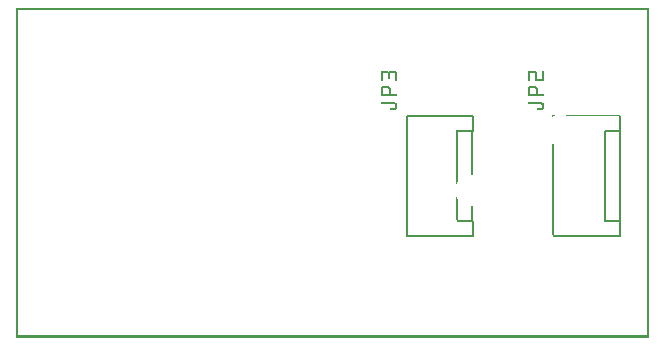
<source format=gto>
G04 MADE WITH FRITZING*
G04 WWW.FRITZING.ORG*
G04 DOUBLE SIDED*
G04 HOLES PLATED*
G04 CONTOUR ON CENTER OF CONTOUR VECTOR*
%ASAXBY*%
%FSLAX23Y23*%
%MOIN*%
%OFA0B0*%
%SFA1.0B1.0*%
%ADD10C,0.005000*%
%ADD11R,0.001000X0.001000*%
%LNSILK1*%
G90*
G70*
G54D10*
X1302Y342D02*
X1522Y342D01*
D02*
X1302Y742D02*
X1522Y742D01*
D02*
X1302Y742D02*
X1302Y342D01*
D02*
X1522Y742D02*
X1522Y692D01*
D02*
X1522Y392D02*
X1522Y342D01*
D02*
X1522Y392D02*
X1472Y392D01*
D02*
X1472Y692D02*
X1522Y692D01*
D02*
X1792Y342D02*
X2012Y342D01*
D02*
X2012Y742D02*
X2012Y692D01*
D02*
X2012Y692D02*
X2012Y392D01*
D02*
X2012Y392D02*
X2012Y342D01*
D02*
X2012Y392D02*
X1962Y392D01*
D02*
X1962Y392D02*
X1962Y692D01*
D02*
X1962Y692D02*
X2012Y692D01*
G54D11*
X0Y1100D02*
X2111Y1100D01*
X0Y1099D02*
X2111Y1099D01*
X0Y1098D02*
X2111Y1098D01*
X0Y1097D02*
X2111Y1097D01*
X0Y1096D02*
X2111Y1096D01*
X0Y1095D02*
X2111Y1095D01*
X0Y1094D02*
X2111Y1094D01*
X0Y1093D02*
X2111Y1093D01*
X0Y1092D02*
X7Y1092D01*
X2104Y1092D02*
X2111Y1092D01*
X0Y1091D02*
X7Y1091D01*
X2104Y1091D02*
X2111Y1091D01*
X0Y1090D02*
X7Y1090D01*
X2104Y1090D02*
X2111Y1090D01*
X0Y1089D02*
X7Y1089D01*
X2104Y1089D02*
X2111Y1089D01*
X0Y1088D02*
X7Y1088D01*
X2104Y1088D02*
X2111Y1088D01*
X0Y1087D02*
X7Y1087D01*
X2104Y1087D02*
X2111Y1087D01*
X0Y1086D02*
X7Y1086D01*
X2104Y1086D02*
X2111Y1086D01*
X0Y1085D02*
X7Y1085D01*
X2104Y1085D02*
X2111Y1085D01*
X0Y1084D02*
X7Y1084D01*
X2104Y1084D02*
X2111Y1084D01*
X0Y1083D02*
X7Y1083D01*
X2104Y1083D02*
X2111Y1083D01*
X0Y1082D02*
X7Y1082D01*
X2104Y1082D02*
X2111Y1082D01*
X0Y1081D02*
X7Y1081D01*
X2104Y1081D02*
X2111Y1081D01*
X0Y1080D02*
X7Y1080D01*
X2104Y1080D02*
X2111Y1080D01*
X0Y1079D02*
X7Y1079D01*
X2104Y1079D02*
X2111Y1079D01*
X0Y1078D02*
X7Y1078D01*
X2104Y1078D02*
X2111Y1078D01*
X0Y1077D02*
X7Y1077D01*
X2104Y1077D02*
X2111Y1077D01*
X0Y1076D02*
X7Y1076D01*
X2104Y1076D02*
X2111Y1076D01*
X0Y1075D02*
X7Y1075D01*
X2104Y1075D02*
X2111Y1075D01*
X0Y1074D02*
X7Y1074D01*
X2104Y1074D02*
X2111Y1074D01*
X0Y1073D02*
X7Y1073D01*
X2104Y1073D02*
X2111Y1073D01*
X0Y1072D02*
X7Y1072D01*
X2104Y1072D02*
X2111Y1072D01*
X0Y1071D02*
X7Y1071D01*
X2104Y1071D02*
X2111Y1071D01*
X0Y1070D02*
X7Y1070D01*
X2104Y1070D02*
X2111Y1070D01*
X0Y1069D02*
X7Y1069D01*
X2104Y1069D02*
X2111Y1069D01*
X0Y1068D02*
X7Y1068D01*
X2104Y1068D02*
X2111Y1068D01*
X0Y1067D02*
X7Y1067D01*
X2104Y1067D02*
X2111Y1067D01*
X0Y1066D02*
X7Y1066D01*
X2104Y1066D02*
X2111Y1066D01*
X0Y1065D02*
X7Y1065D01*
X2104Y1065D02*
X2111Y1065D01*
X0Y1064D02*
X7Y1064D01*
X2104Y1064D02*
X2111Y1064D01*
X0Y1063D02*
X7Y1063D01*
X2104Y1063D02*
X2111Y1063D01*
X0Y1062D02*
X7Y1062D01*
X2104Y1062D02*
X2111Y1062D01*
X0Y1061D02*
X7Y1061D01*
X2104Y1061D02*
X2111Y1061D01*
X0Y1060D02*
X7Y1060D01*
X2104Y1060D02*
X2111Y1060D01*
X0Y1059D02*
X7Y1059D01*
X2104Y1059D02*
X2111Y1059D01*
X0Y1058D02*
X7Y1058D01*
X2104Y1058D02*
X2111Y1058D01*
X0Y1057D02*
X7Y1057D01*
X2104Y1057D02*
X2111Y1057D01*
X0Y1056D02*
X7Y1056D01*
X2104Y1056D02*
X2111Y1056D01*
X0Y1055D02*
X7Y1055D01*
X2104Y1055D02*
X2111Y1055D01*
X0Y1054D02*
X7Y1054D01*
X2104Y1054D02*
X2111Y1054D01*
X0Y1053D02*
X7Y1053D01*
X2104Y1053D02*
X2111Y1053D01*
X0Y1052D02*
X7Y1052D01*
X2104Y1052D02*
X2111Y1052D01*
X0Y1051D02*
X7Y1051D01*
X2104Y1051D02*
X2111Y1051D01*
X0Y1050D02*
X7Y1050D01*
X2104Y1050D02*
X2111Y1050D01*
X0Y1049D02*
X7Y1049D01*
X2104Y1049D02*
X2111Y1049D01*
X0Y1048D02*
X7Y1048D01*
X2104Y1048D02*
X2111Y1048D01*
X0Y1047D02*
X7Y1047D01*
X2104Y1047D02*
X2111Y1047D01*
X0Y1046D02*
X7Y1046D01*
X2104Y1046D02*
X2111Y1046D01*
X0Y1045D02*
X7Y1045D01*
X2104Y1045D02*
X2111Y1045D01*
X0Y1044D02*
X7Y1044D01*
X2104Y1044D02*
X2111Y1044D01*
X0Y1043D02*
X7Y1043D01*
X2104Y1043D02*
X2111Y1043D01*
X0Y1042D02*
X7Y1042D01*
X2104Y1042D02*
X2111Y1042D01*
X0Y1041D02*
X7Y1041D01*
X2104Y1041D02*
X2111Y1041D01*
X0Y1040D02*
X7Y1040D01*
X2104Y1040D02*
X2111Y1040D01*
X0Y1039D02*
X7Y1039D01*
X2104Y1039D02*
X2111Y1039D01*
X0Y1038D02*
X7Y1038D01*
X2104Y1038D02*
X2111Y1038D01*
X0Y1037D02*
X7Y1037D01*
X2104Y1037D02*
X2111Y1037D01*
X0Y1036D02*
X7Y1036D01*
X2104Y1036D02*
X2111Y1036D01*
X0Y1035D02*
X7Y1035D01*
X2104Y1035D02*
X2111Y1035D01*
X0Y1034D02*
X7Y1034D01*
X2104Y1034D02*
X2111Y1034D01*
X0Y1033D02*
X7Y1033D01*
X2104Y1033D02*
X2111Y1033D01*
X0Y1032D02*
X7Y1032D01*
X2104Y1032D02*
X2111Y1032D01*
X0Y1031D02*
X7Y1031D01*
X2104Y1031D02*
X2111Y1031D01*
X0Y1030D02*
X7Y1030D01*
X2104Y1030D02*
X2111Y1030D01*
X0Y1029D02*
X7Y1029D01*
X2104Y1029D02*
X2111Y1029D01*
X0Y1028D02*
X7Y1028D01*
X2104Y1028D02*
X2111Y1028D01*
X0Y1027D02*
X7Y1027D01*
X2104Y1027D02*
X2111Y1027D01*
X0Y1026D02*
X7Y1026D01*
X2104Y1026D02*
X2111Y1026D01*
X0Y1025D02*
X7Y1025D01*
X2104Y1025D02*
X2111Y1025D01*
X0Y1024D02*
X7Y1024D01*
X2104Y1024D02*
X2111Y1024D01*
X0Y1023D02*
X7Y1023D01*
X2104Y1023D02*
X2111Y1023D01*
X0Y1022D02*
X7Y1022D01*
X2104Y1022D02*
X2111Y1022D01*
X0Y1021D02*
X7Y1021D01*
X2104Y1021D02*
X2111Y1021D01*
X0Y1020D02*
X7Y1020D01*
X2104Y1020D02*
X2111Y1020D01*
X0Y1019D02*
X7Y1019D01*
X2104Y1019D02*
X2111Y1019D01*
X0Y1018D02*
X7Y1018D01*
X2104Y1018D02*
X2111Y1018D01*
X0Y1017D02*
X7Y1017D01*
X2104Y1017D02*
X2111Y1017D01*
X0Y1016D02*
X7Y1016D01*
X2104Y1016D02*
X2111Y1016D01*
X0Y1015D02*
X7Y1015D01*
X2104Y1015D02*
X2111Y1015D01*
X0Y1014D02*
X7Y1014D01*
X2104Y1014D02*
X2111Y1014D01*
X0Y1013D02*
X7Y1013D01*
X2104Y1013D02*
X2111Y1013D01*
X0Y1012D02*
X7Y1012D01*
X2104Y1012D02*
X2111Y1012D01*
X0Y1011D02*
X7Y1011D01*
X2104Y1011D02*
X2111Y1011D01*
X0Y1010D02*
X7Y1010D01*
X2104Y1010D02*
X2111Y1010D01*
X0Y1009D02*
X7Y1009D01*
X2104Y1009D02*
X2111Y1009D01*
X0Y1008D02*
X7Y1008D01*
X2104Y1008D02*
X2111Y1008D01*
X0Y1007D02*
X7Y1007D01*
X2104Y1007D02*
X2111Y1007D01*
X0Y1006D02*
X7Y1006D01*
X2104Y1006D02*
X2111Y1006D01*
X0Y1005D02*
X7Y1005D01*
X2104Y1005D02*
X2111Y1005D01*
X0Y1004D02*
X7Y1004D01*
X2104Y1004D02*
X2111Y1004D01*
X0Y1003D02*
X7Y1003D01*
X2104Y1003D02*
X2111Y1003D01*
X0Y1002D02*
X7Y1002D01*
X2104Y1002D02*
X2111Y1002D01*
X0Y1001D02*
X7Y1001D01*
X2104Y1001D02*
X2111Y1001D01*
X0Y1000D02*
X7Y1000D01*
X2104Y1000D02*
X2111Y1000D01*
X0Y999D02*
X7Y999D01*
X2104Y999D02*
X2111Y999D01*
X0Y998D02*
X7Y998D01*
X2104Y998D02*
X2111Y998D01*
X0Y997D02*
X7Y997D01*
X2104Y997D02*
X2111Y997D01*
X0Y996D02*
X7Y996D01*
X2104Y996D02*
X2111Y996D01*
X0Y995D02*
X7Y995D01*
X2104Y995D02*
X2111Y995D01*
X0Y994D02*
X7Y994D01*
X2104Y994D02*
X2111Y994D01*
X0Y993D02*
X7Y993D01*
X2104Y993D02*
X2111Y993D01*
X0Y992D02*
X7Y992D01*
X2104Y992D02*
X2111Y992D01*
X0Y991D02*
X7Y991D01*
X2104Y991D02*
X2111Y991D01*
X0Y990D02*
X7Y990D01*
X2104Y990D02*
X2111Y990D01*
X0Y989D02*
X7Y989D01*
X2104Y989D02*
X2111Y989D01*
X0Y988D02*
X7Y988D01*
X2104Y988D02*
X2111Y988D01*
X0Y987D02*
X7Y987D01*
X2104Y987D02*
X2111Y987D01*
X0Y986D02*
X7Y986D01*
X2104Y986D02*
X2111Y986D01*
X0Y985D02*
X7Y985D01*
X2104Y985D02*
X2111Y985D01*
X0Y984D02*
X7Y984D01*
X2104Y984D02*
X2111Y984D01*
X0Y983D02*
X7Y983D01*
X2104Y983D02*
X2111Y983D01*
X0Y982D02*
X7Y982D01*
X2104Y982D02*
X2111Y982D01*
X0Y981D02*
X7Y981D01*
X2104Y981D02*
X2111Y981D01*
X0Y980D02*
X7Y980D01*
X2104Y980D02*
X2111Y980D01*
X0Y979D02*
X7Y979D01*
X2104Y979D02*
X2111Y979D01*
X0Y978D02*
X7Y978D01*
X2104Y978D02*
X2111Y978D01*
X0Y977D02*
X7Y977D01*
X2104Y977D02*
X2111Y977D01*
X0Y976D02*
X7Y976D01*
X2104Y976D02*
X2111Y976D01*
X0Y975D02*
X7Y975D01*
X2104Y975D02*
X2111Y975D01*
X0Y974D02*
X7Y974D01*
X2104Y974D02*
X2111Y974D01*
X0Y973D02*
X7Y973D01*
X2104Y973D02*
X2111Y973D01*
X0Y972D02*
X7Y972D01*
X2104Y972D02*
X2111Y972D01*
X0Y971D02*
X7Y971D01*
X2104Y971D02*
X2111Y971D01*
X0Y970D02*
X7Y970D01*
X2104Y970D02*
X2111Y970D01*
X0Y969D02*
X7Y969D01*
X2104Y969D02*
X2111Y969D01*
X0Y968D02*
X7Y968D01*
X2104Y968D02*
X2111Y968D01*
X0Y967D02*
X7Y967D01*
X2104Y967D02*
X2111Y967D01*
X0Y966D02*
X7Y966D01*
X2104Y966D02*
X2111Y966D01*
X0Y965D02*
X7Y965D01*
X2104Y965D02*
X2111Y965D01*
X0Y964D02*
X7Y964D01*
X2104Y964D02*
X2111Y964D01*
X0Y963D02*
X7Y963D01*
X2104Y963D02*
X2111Y963D01*
X0Y962D02*
X7Y962D01*
X2104Y962D02*
X2111Y962D01*
X0Y961D02*
X7Y961D01*
X2104Y961D02*
X2111Y961D01*
X0Y960D02*
X7Y960D01*
X2104Y960D02*
X2111Y960D01*
X0Y959D02*
X7Y959D01*
X2104Y959D02*
X2111Y959D01*
X0Y958D02*
X7Y958D01*
X2104Y958D02*
X2111Y958D01*
X0Y957D02*
X7Y957D01*
X2104Y957D02*
X2111Y957D01*
X0Y956D02*
X7Y956D01*
X2104Y956D02*
X2111Y956D01*
X0Y955D02*
X7Y955D01*
X2104Y955D02*
X2111Y955D01*
X0Y954D02*
X7Y954D01*
X2104Y954D02*
X2111Y954D01*
X0Y953D02*
X7Y953D01*
X2104Y953D02*
X2111Y953D01*
X0Y952D02*
X7Y952D01*
X2104Y952D02*
X2111Y952D01*
X0Y951D02*
X7Y951D01*
X2104Y951D02*
X2111Y951D01*
X0Y950D02*
X7Y950D01*
X2104Y950D02*
X2111Y950D01*
X0Y949D02*
X7Y949D01*
X2104Y949D02*
X2111Y949D01*
X0Y948D02*
X7Y948D01*
X2104Y948D02*
X2111Y948D01*
X0Y947D02*
X7Y947D01*
X2104Y947D02*
X2111Y947D01*
X0Y946D02*
X7Y946D01*
X2104Y946D02*
X2111Y946D01*
X0Y945D02*
X7Y945D01*
X2104Y945D02*
X2111Y945D01*
X0Y944D02*
X7Y944D01*
X2104Y944D02*
X2111Y944D01*
X0Y943D02*
X7Y943D01*
X2104Y943D02*
X2111Y943D01*
X0Y942D02*
X7Y942D01*
X2104Y942D02*
X2111Y942D01*
X0Y941D02*
X7Y941D01*
X2104Y941D02*
X2111Y941D01*
X0Y940D02*
X7Y940D01*
X2104Y940D02*
X2111Y940D01*
X0Y939D02*
X7Y939D01*
X2104Y939D02*
X2111Y939D01*
X0Y938D02*
X7Y938D01*
X2104Y938D02*
X2111Y938D01*
X0Y937D02*
X7Y937D01*
X2104Y937D02*
X2111Y937D01*
X0Y936D02*
X7Y936D01*
X2104Y936D02*
X2111Y936D01*
X0Y935D02*
X7Y935D01*
X2104Y935D02*
X2111Y935D01*
X0Y934D02*
X7Y934D01*
X2104Y934D02*
X2111Y934D01*
X0Y933D02*
X7Y933D01*
X2104Y933D02*
X2111Y933D01*
X0Y932D02*
X7Y932D01*
X2104Y932D02*
X2111Y932D01*
X0Y931D02*
X7Y931D01*
X2104Y931D02*
X2111Y931D01*
X0Y930D02*
X7Y930D01*
X2104Y930D02*
X2111Y930D01*
X0Y929D02*
X7Y929D01*
X2104Y929D02*
X2111Y929D01*
X0Y928D02*
X7Y928D01*
X2104Y928D02*
X2111Y928D01*
X0Y927D02*
X7Y927D01*
X2104Y927D02*
X2111Y927D01*
X0Y926D02*
X7Y926D01*
X2104Y926D02*
X2111Y926D01*
X0Y925D02*
X7Y925D01*
X2104Y925D02*
X2111Y925D01*
X0Y924D02*
X7Y924D01*
X2104Y924D02*
X2111Y924D01*
X0Y923D02*
X7Y923D01*
X2104Y923D02*
X2111Y923D01*
X0Y922D02*
X7Y922D01*
X2104Y922D02*
X2111Y922D01*
X0Y921D02*
X7Y921D01*
X2104Y921D02*
X2111Y921D01*
X0Y920D02*
X7Y920D01*
X2104Y920D02*
X2111Y920D01*
X0Y919D02*
X7Y919D01*
X2104Y919D02*
X2111Y919D01*
X0Y918D02*
X7Y918D01*
X2104Y918D02*
X2111Y918D01*
X0Y917D02*
X7Y917D01*
X2104Y917D02*
X2111Y917D01*
X0Y916D02*
X7Y916D01*
X2104Y916D02*
X2111Y916D01*
X0Y915D02*
X7Y915D01*
X2104Y915D02*
X2111Y915D01*
X0Y914D02*
X7Y914D01*
X2104Y914D02*
X2111Y914D01*
X0Y913D02*
X7Y913D01*
X2104Y913D02*
X2111Y913D01*
X0Y912D02*
X7Y912D01*
X2104Y912D02*
X2111Y912D01*
X0Y911D02*
X7Y911D01*
X2104Y911D02*
X2111Y911D01*
X0Y910D02*
X7Y910D01*
X2104Y910D02*
X2111Y910D01*
X0Y909D02*
X7Y909D01*
X2104Y909D02*
X2111Y909D01*
X0Y908D02*
X7Y908D01*
X2104Y908D02*
X2111Y908D01*
X0Y907D02*
X7Y907D01*
X2104Y907D02*
X2111Y907D01*
X0Y906D02*
X7Y906D01*
X2104Y906D02*
X2111Y906D01*
X0Y905D02*
X7Y905D01*
X2104Y905D02*
X2111Y905D01*
X0Y904D02*
X7Y904D01*
X2104Y904D02*
X2111Y904D01*
X0Y903D02*
X7Y903D01*
X2104Y903D02*
X2111Y903D01*
X0Y902D02*
X7Y902D01*
X2104Y902D02*
X2111Y902D01*
X0Y901D02*
X7Y901D01*
X2104Y901D02*
X2111Y901D01*
X0Y900D02*
X7Y900D01*
X2104Y900D02*
X2111Y900D01*
X0Y899D02*
X7Y899D01*
X2104Y899D02*
X2111Y899D01*
X0Y898D02*
X7Y898D01*
X2104Y898D02*
X2111Y898D01*
X0Y897D02*
X7Y897D01*
X2104Y897D02*
X2111Y897D01*
X0Y896D02*
X7Y896D01*
X2104Y896D02*
X2111Y896D01*
X0Y895D02*
X7Y895D01*
X2104Y895D02*
X2111Y895D01*
X0Y894D02*
X7Y894D01*
X2104Y894D02*
X2111Y894D01*
X0Y893D02*
X7Y893D01*
X2104Y893D02*
X2111Y893D01*
X0Y892D02*
X7Y892D01*
X2104Y892D02*
X2111Y892D01*
X0Y891D02*
X7Y891D01*
X1223Y891D02*
X1235Y891D01*
X1251Y891D02*
X1262Y891D01*
X1713Y891D02*
X1728Y891D01*
X2104Y891D02*
X2111Y891D01*
X0Y890D02*
X7Y890D01*
X1220Y890D02*
X1240Y890D01*
X1246Y890D02*
X1266Y890D01*
X1710Y890D02*
X1732Y890D01*
X1754Y890D02*
X1758Y890D01*
X2104Y890D02*
X2111Y890D01*
X0Y889D02*
X7Y889D01*
X1218Y889D02*
X1241Y889D01*
X1244Y889D02*
X1267Y889D01*
X1708Y889D02*
X1733Y889D01*
X1754Y889D02*
X1759Y889D01*
X2104Y889D02*
X2111Y889D01*
X0Y888D02*
X7Y888D01*
X1218Y888D02*
X1268Y888D01*
X1707Y888D02*
X1734Y888D01*
X1753Y888D02*
X1759Y888D01*
X2104Y888D02*
X2111Y888D01*
X0Y887D02*
X7Y887D01*
X1217Y887D02*
X1269Y887D01*
X1707Y887D02*
X1735Y887D01*
X1753Y887D02*
X1759Y887D01*
X2104Y887D02*
X2111Y887D01*
X0Y886D02*
X7Y886D01*
X1217Y886D02*
X1269Y886D01*
X1706Y886D02*
X1735Y886D01*
X1753Y886D02*
X1759Y886D01*
X2104Y886D02*
X2111Y886D01*
X0Y885D02*
X7Y885D01*
X1216Y885D02*
X1269Y885D01*
X1706Y885D02*
X1735Y885D01*
X1753Y885D02*
X1759Y885D01*
X2104Y885D02*
X2111Y885D01*
X0Y884D02*
X7Y884D01*
X1216Y884D02*
X1269Y884D01*
X1706Y884D02*
X1736Y884D01*
X1753Y884D02*
X1759Y884D01*
X2104Y884D02*
X2111Y884D01*
X0Y883D02*
X7Y883D01*
X1216Y883D02*
X1222Y883D01*
X1239Y883D02*
X1247Y883D01*
X1263Y883D02*
X1269Y883D01*
X1706Y883D02*
X1712Y883D01*
X1730Y883D02*
X1736Y883D01*
X1753Y883D02*
X1759Y883D01*
X2104Y883D02*
X2111Y883D01*
X0Y882D02*
X7Y882D01*
X1216Y882D02*
X1222Y882D01*
X1239Y882D02*
X1246Y882D01*
X1263Y882D02*
X1269Y882D01*
X1706Y882D02*
X1712Y882D01*
X1730Y882D02*
X1736Y882D01*
X1753Y882D02*
X1759Y882D01*
X2104Y882D02*
X2111Y882D01*
X0Y881D02*
X7Y881D01*
X1216Y881D02*
X1222Y881D01*
X1240Y881D02*
X1246Y881D01*
X1263Y881D02*
X1269Y881D01*
X1706Y881D02*
X1712Y881D01*
X1730Y881D02*
X1736Y881D01*
X1753Y881D02*
X1759Y881D01*
X2104Y881D02*
X2111Y881D01*
X0Y880D02*
X7Y880D01*
X1216Y880D02*
X1222Y880D01*
X1240Y880D02*
X1246Y880D01*
X1263Y880D02*
X1269Y880D01*
X1706Y880D02*
X1712Y880D01*
X1730Y880D02*
X1736Y880D01*
X1753Y880D02*
X1759Y880D01*
X2104Y880D02*
X2111Y880D01*
X0Y879D02*
X7Y879D01*
X1216Y879D02*
X1222Y879D01*
X1240Y879D02*
X1246Y879D01*
X1263Y879D02*
X1269Y879D01*
X1706Y879D02*
X1712Y879D01*
X1730Y879D02*
X1736Y879D01*
X1753Y879D02*
X1759Y879D01*
X2104Y879D02*
X2111Y879D01*
X0Y878D02*
X7Y878D01*
X1216Y878D02*
X1222Y878D01*
X1240Y878D02*
X1246Y878D01*
X1263Y878D02*
X1269Y878D01*
X1706Y878D02*
X1712Y878D01*
X1730Y878D02*
X1736Y878D01*
X1753Y878D02*
X1759Y878D01*
X2104Y878D02*
X2111Y878D01*
X0Y877D02*
X7Y877D01*
X1216Y877D02*
X1222Y877D01*
X1240Y877D02*
X1246Y877D01*
X1263Y877D02*
X1269Y877D01*
X1706Y877D02*
X1712Y877D01*
X1730Y877D02*
X1736Y877D01*
X1753Y877D02*
X1759Y877D01*
X2104Y877D02*
X2111Y877D01*
X0Y876D02*
X7Y876D01*
X1216Y876D02*
X1222Y876D01*
X1240Y876D02*
X1246Y876D01*
X1263Y876D02*
X1269Y876D01*
X1706Y876D02*
X1712Y876D01*
X1730Y876D02*
X1736Y876D01*
X1753Y876D02*
X1759Y876D01*
X2104Y876D02*
X2111Y876D01*
X0Y875D02*
X7Y875D01*
X1216Y875D02*
X1222Y875D01*
X1240Y875D02*
X1246Y875D01*
X1263Y875D02*
X1269Y875D01*
X1706Y875D02*
X1712Y875D01*
X1730Y875D02*
X1736Y875D01*
X1753Y875D02*
X1759Y875D01*
X2104Y875D02*
X2111Y875D01*
X0Y874D02*
X7Y874D01*
X1216Y874D02*
X1222Y874D01*
X1240Y874D02*
X1246Y874D01*
X1263Y874D02*
X1269Y874D01*
X1706Y874D02*
X1712Y874D01*
X1730Y874D02*
X1736Y874D01*
X1753Y874D02*
X1759Y874D01*
X2104Y874D02*
X2111Y874D01*
X0Y873D02*
X7Y873D01*
X1216Y873D02*
X1222Y873D01*
X1240Y873D02*
X1246Y873D01*
X1263Y873D02*
X1269Y873D01*
X1706Y873D02*
X1712Y873D01*
X1730Y873D02*
X1736Y873D01*
X1753Y873D02*
X1759Y873D01*
X2104Y873D02*
X2111Y873D01*
X0Y872D02*
X7Y872D01*
X1216Y872D02*
X1222Y872D01*
X1240Y872D02*
X1246Y872D01*
X1263Y872D02*
X1269Y872D01*
X1706Y872D02*
X1712Y872D01*
X1730Y872D02*
X1736Y872D01*
X1753Y872D02*
X1759Y872D01*
X2104Y872D02*
X2111Y872D01*
X0Y871D02*
X7Y871D01*
X1216Y871D02*
X1222Y871D01*
X1240Y871D02*
X1246Y871D01*
X1263Y871D02*
X1269Y871D01*
X1706Y871D02*
X1712Y871D01*
X1730Y871D02*
X1736Y871D01*
X1753Y871D02*
X1759Y871D01*
X2104Y871D02*
X2111Y871D01*
X0Y870D02*
X7Y870D01*
X1216Y870D02*
X1222Y870D01*
X1240Y870D02*
X1246Y870D01*
X1263Y870D02*
X1269Y870D01*
X1706Y870D02*
X1712Y870D01*
X1730Y870D02*
X1736Y870D01*
X1753Y870D02*
X1759Y870D01*
X2104Y870D02*
X2111Y870D01*
X0Y869D02*
X7Y869D01*
X1216Y869D02*
X1222Y869D01*
X1240Y869D02*
X1246Y869D01*
X1263Y869D02*
X1269Y869D01*
X1706Y869D02*
X1712Y869D01*
X1730Y869D02*
X1736Y869D01*
X1753Y869D02*
X1759Y869D01*
X2104Y869D02*
X2111Y869D01*
X0Y868D02*
X7Y868D01*
X1216Y868D02*
X1222Y868D01*
X1240Y868D02*
X1246Y868D01*
X1263Y868D02*
X1269Y868D01*
X1706Y868D02*
X1712Y868D01*
X1730Y868D02*
X1736Y868D01*
X1753Y868D02*
X1759Y868D01*
X2104Y868D02*
X2111Y868D01*
X0Y867D02*
X7Y867D01*
X1216Y867D02*
X1222Y867D01*
X1240Y867D02*
X1246Y867D01*
X1263Y867D02*
X1269Y867D01*
X1706Y867D02*
X1712Y867D01*
X1730Y867D02*
X1736Y867D01*
X1753Y867D02*
X1759Y867D01*
X2104Y867D02*
X2111Y867D01*
X0Y866D02*
X7Y866D01*
X1216Y866D02*
X1222Y866D01*
X1240Y866D02*
X1246Y866D01*
X1263Y866D02*
X1269Y866D01*
X1706Y866D02*
X1712Y866D01*
X1730Y866D02*
X1736Y866D01*
X1753Y866D02*
X1759Y866D01*
X2104Y866D02*
X2111Y866D01*
X0Y865D02*
X7Y865D01*
X1216Y865D02*
X1222Y865D01*
X1240Y865D02*
X1245Y865D01*
X1263Y865D02*
X1269Y865D01*
X1706Y865D02*
X1712Y865D01*
X1730Y865D02*
X1736Y865D01*
X1753Y865D02*
X1759Y865D01*
X2104Y865D02*
X2111Y865D01*
X0Y864D02*
X7Y864D01*
X1216Y864D02*
X1222Y864D01*
X1241Y864D02*
X1244Y864D01*
X1263Y864D02*
X1269Y864D01*
X1706Y864D02*
X1712Y864D01*
X1730Y864D02*
X1736Y864D01*
X1753Y864D02*
X1759Y864D01*
X2104Y864D02*
X2111Y864D01*
X0Y863D02*
X7Y863D01*
X1216Y863D02*
X1222Y863D01*
X1263Y863D02*
X1269Y863D01*
X1706Y863D02*
X1712Y863D01*
X1730Y863D02*
X1759Y863D01*
X2104Y863D02*
X2111Y863D01*
X0Y862D02*
X7Y862D01*
X1216Y862D02*
X1222Y862D01*
X1263Y862D02*
X1269Y862D01*
X1706Y862D02*
X1712Y862D01*
X1730Y862D02*
X1759Y862D01*
X2104Y862D02*
X2111Y862D01*
X0Y861D02*
X7Y861D01*
X1216Y861D02*
X1222Y861D01*
X1263Y861D02*
X1269Y861D01*
X1706Y861D02*
X1712Y861D01*
X1730Y861D02*
X1759Y861D01*
X2104Y861D02*
X2111Y861D01*
X0Y860D02*
X7Y860D01*
X1216Y860D02*
X1222Y860D01*
X1263Y860D02*
X1269Y860D01*
X1706Y860D02*
X1712Y860D01*
X1731Y860D02*
X1759Y860D01*
X2104Y860D02*
X2111Y860D01*
X0Y859D02*
X7Y859D01*
X1216Y859D02*
X1222Y859D01*
X1264Y859D02*
X1269Y859D01*
X1706Y859D02*
X1712Y859D01*
X1731Y859D02*
X1759Y859D01*
X2104Y859D02*
X2111Y859D01*
X0Y858D02*
X7Y858D01*
X1217Y858D02*
X1222Y858D01*
X1264Y858D02*
X1269Y858D01*
X1707Y858D02*
X1711Y858D01*
X1732Y858D02*
X1759Y858D01*
X2104Y858D02*
X2111Y858D01*
X0Y857D02*
X7Y857D01*
X1218Y857D02*
X1221Y857D01*
X1265Y857D02*
X1268Y857D01*
X1708Y857D02*
X1710Y857D01*
X1734Y857D02*
X1759Y857D01*
X2104Y857D02*
X2111Y857D01*
X0Y856D02*
X7Y856D01*
X2104Y856D02*
X2111Y856D01*
X0Y855D02*
X7Y855D01*
X2104Y855D02*
X2111Y855D01*
X0Y854D02*
X7Y854D01*
X2104Y854D02*
X2111Y854D01*
X0Y853D02*
X7Y853D01*
X2104Y853D02*
X2111Y853D01*
X0Y852D02*
X7Y852D01*
X2104Y852D02*
X2111Y852D01*
X0Y851D02*
X7Y851D01*
X2104Y851D02*
X2111Y851D01*
X0Y850D02*
X7Y850D01*
X2104Y850D02*
X2111Y850D01*
X0Y849D02*
X7Y849D01*
X2104Y849D02*
X2111Y849D01*
X0Y848D02*
X7Y848D01*
X2104Y848D02*
X2111Y848D01*
X0Y847D02*
X7Y847D01*
X2104Y847D02*
X2111Y847D01*
X0Y846D02*
X7Y846D01*
X2104Y846D02*
X2111Y846D01*
X0Y845D02*
X7Y845D01*
X2104Y845D02*
X2111Y845D01*
X0Y844D02*
X7Y844D01*
X2104Y844D02*
X2111Y844D01*
X0Y843D02*
X7Y843D01*
X2104Y843D02*
X2111Y843D01*
X0Y842D02*
X7Y842D01*
X2104Y842D02*
X2111Y842D01*
X0Y841D02*
X7Y841D01*
X1226Y841D02*
X1239Y841D01*
X1716Y841D02*
X1728Y841D01*
X2104Y841D02*
X2111Y841D01*
X0Y840D02*
X7Y840D01*
X1222Y840D02*
X1243Y840D01*
X1712Y840D02*
X1732Y840D01*
X2104Y840D02*
X2111Y840D01*
X0Y839D02*
X7Y839D01*
X1221Y839D02*
X1244Y839D01*
X1710Y839D02*
X1734Y839D01*
X2104Y839D02*
X2111Y839D01*
X0Y838D02*
X7Y838D01*
X1219Y838D02*
X1246Y838D01*
X1709Y838D02*
X1735Y838D01*
X2104Y838D02*
X2111Y838D01*
X0Y837D02*
X7Y837D01*
X1219Y837D02*
X1246Y837D01*
X1708Y837D02*
X1736Y837D01*
X2104Y837D02*
X2111Y837D01*
X0Y836D02*
X7Y836D01*
X1218Y836D02*
X1247Y836D01*
X1708Y836D02*
X1737Y836D01*
X2104Y836D02*
X2111Y836D01*
X0Y835D02*
X7Y835D01*
X1217Y835D02*
X1248Y835D01*
X1707Y835D02*
X1737Y835D01*
X2104Y835D02*
X2111Y835D01*
X0Y834D02*
X7Y834D01*
X1217Y834D02*
X1226Y834D01*
X1239Y834D02*
X1248Y834D01*
X1707Y834D02*
X1716Y834D01*
X1729Y834D02*
X1738Y834D01*
X2104Y834D02*
X2111Y834D01*
X0Y833D02*
X7Y833D01*
X1217Y833D02*
X1223Y833D01*
X1242Y833D02*
X1248Y833D01*
X1706Y833D02*
X1713Y833D01*
X1731Y833D02*
X1738Y833D01*
X2104Y833D02*
X2111Y833D01*
X0Y832D02*
X7Y832D01*
X1216Y832D02*
X1223Y832D01*
X1242Y832D02*
X1249Y832D01*
X1706Y832D02*
X1712Y832D01*
X1732Y832D02*
X1738Y832D01*
X2104Y832D02*
X2111Y832D01*
X0Y831D02*
X7Y831D01*
X1216Y831D02*
X1222Y831D01*
X1243Y831D02*
X1249Y831D01*
X1706Y831D02*
X1712Y831D01*
X1732Y831D02*
X1739Y831D01*
X2104Y831D02*
X2111Y831D01*
X0Y830D02*
X7Y830D01*
X1216Y830D02*
X1222Y830D01*
X1243Y830D02*
X1249Y830D01*
X1706Y830D02*
X1712Y830D01*
X1733Y830D02*
X1739Y830D01*
X2104Y830D02*
X2111Y830D01*
X0Y829D02*
X7Y829D01*
X1216Y829D02*
X1222Y829D01*
X1243Y829D02*
X1249Y829D01*
X1706Y829D02*
X1712Y829D01*
X1733Y829D02*
X1739Y829D01*
X2104Y829D02*
X2111Y829D01*
X0Y828D02*
X7Y828D01*
X1216Y828D02*
X1222Y828D01*
X1243Y828D02*
X1249Y828D01*
X1706Y828D02*
X1712Y828D01*
X1733Y828D02*
X1739Y828D01*
X2104Y828D02*
X2111Y828D01*
X0Y827D02*
X7Y827D01*
X1216Y827D02*
X1222Y827D01*
X1243Y827D02*
X1249Y827D01*
X1706Y827D02*
X1712Y827D01*
X1733Y827D02*
X1739Y827D01*
X2104Y827D02*
X2111Y827D01*
X0Y826D02*
X7Y826D01*
X1216Y826D02*
X1222Y826D01*
X1243Y826D02*
X1249Y826D01*
X1706Y826D02*
X1712Y826D01*
X1733Y826D02*
X1739Y826D01*
X2104Y826D02*
X2111Y826D01*
X0Y825D02*
X7Y825D01*
X1216Y825D02*
X1222Y825D01*
X1243Y825D02*
X1249Y825D01*
X1706Y825D02*
X1712Y825D01*
X1733Y825D02*
X1739Y825D01*
X2104Y825D02*
X2111Y825D01*
X0Y824D02*
X7Y824D01*
X1216Y824D02*
X1222Y824D01*
X1243Y824D02*
X1249Y824D01*
X1706Y824D02*
X1712Y824D01*
X1733Y824D02*
X1739Y824D01*
X2104Y824D02*
X2111Y824D01*
X0Y823D02*
X7Y823D01*
X1216Y823D02*
X1222Y823D01*
X1243Y823D02*
X1249Y823D01*
X1706Y823D02*
X1712Y823D01*
X1733Y823D02*
X1739Y823D01*
X2104Y823D02*
X2111Y823D01*
X0Y822D02*
X7Y822D01*
X1216Y822D02*
X1222Y822D01*
X1243Y822D02*
X1249Y822D01*
X1706Y822D02*
X1712Y822D01*
X1733Y822D02*
X1739Y822D01*
X2104Y822D02*
X2111Y822D01*
X0Y821D02*
X7Y821D01*
X1216Y821D02*
X1222Y821D01*
X1243Y821D02*
X1249Y821D01*
X1706Y821D02*
X1712Y821D01*
X1733Y821D02*
X1739Y821D01*
X2104Y821D02*
X2111Y821D01*
X0Y820D02*
X7Y820D01*
X1216Y820D02*
X1222Y820D01*
X1243Y820D02*
X1249Y820D01*
X1706Y820D02*
X1712Y820D01*
X1733Y820D02*
X1739Y820D01*
X2104Y820D02*
X2111Y820D01*
X0Y819D02*
X7Y819D01*
X1216Y819D02*
X1222Y819D01*
X1243Y819D02*
X1249Y819D01*
X1706Y819D02*
X1712Y819D01*
X1733Y819D02*
X1739Y819D01*
X2104Y819D02*
X2111Y819D01*
X0Y818D02*
X7Y818D01*
X1216Y818D02*
X1222Y818D01*
X1243Y818D02*
X1249Y818D01*
X1706Y818D02*
X1712Y818D01*
X1733Y818D02*
X1739Y818D01*
X2104Y818D02*
X2111Y818D01*
X0Y817D02*
X7Y817D01*
X1216Y817D02*
X1222Y817D01*
X1243Y817D02*
X1249Y817D01*
X1706Y817D02*
X1712Y817D01*
X1733Y817D02*
X1739Y817D01*
X2104Y817D02*
X2111Y817D01*
X0Y816D02*
X7Y816D01*
X1216Y816D02*
X1222Y816D01*
X1243Y816D02*
X1249Y816D01*
X1706Y816D02*
X1712Y816D01*
X1733Y816D02*
X1739Y816D01*
X2104Y816D02*
X2111Y816D01*
X0Y815D02*
X7Y815D01*
X1216Y815D02*
X1222Y815D01*
X1243Y815D02*
X1249Y815D01*
X1706Y815D02*
X1712Y815D01*
X1733Y815D02*
X1739Y815D01*
X2104Y815D02*
X2111Y815D01*
X0Y814D02*
X7Y814D01*
X1216Y814D02*
X1222Y814D01*
X1243Y814D02*
X1249Y814D01*
X1706Y814D02*
X1712Y814D01*
X1733Y814D02*
X1739Y814D01*
X2104Y814D02*
X2111Y814D01*
X0Y813D02*
X7Y813D01*
X1216Y813D02*
X1268Y813D01*
X1706Y813D02*
X1757Y813D01*
X2104Y813D02*
X2111Y813D01*
X0Y812D02*
X7Y812D01*
X1216Y812D02*
X1269Y812D01*
X1706Y812D02*
X1758Y812D01*
X2104Y812D02*
X2111Y812D01*
X0Y811D02*
X7Y811D01*
X1216Y811D02*
X1269Y811D01*
X1706Y811D02*
X1759Y811D01*
X2104Y811D02*
X2111Y811D01*
X0Y810D02*
X7Y810D01*
X1216Y810D02*
X1269Y810D01*
X1706Y810D02*
X1759Y810D01*
X2104Y810D02*
X2111Y810D01*
X0Y809D02*
X7Y809D01*
X1216Y809D02*
X1269Y809D01*
X1706Y809D02*
X1759Y809D01*
X2104Y809D02*
X2111Y809D01*
X0Y808D02*
X7Y808D01*
X1216Y808D02*
X1269Y808D01*
X1706Y808D02*
X1758Y808D01*
X2104Y808D02*
X2111Y808D01*
X0Y807D02*
X7Y807D01*
X1216Y807D02*
X1268Y807D01*
X1706Y807D02*
X1757Y807D01*
X2104Y807D02*
X2111Y807D01*
X0Y806D02*
X7Y806D01*
X2104Y806D02*
X2111Y806D01*
X0Y805D02*
X7Y805D01*
X2104Y805D02*
X2111Y805D01*
X0Y804D02*
X7Y804D01*
X2104Y804D02*
X2111Y804D01*
X0Y803D02*
X7Y803D01*
X2104Y803D02*
X2111Y803D01*
X0Y802D02*
X7Y802D01*
X2104Y802D02*
X2111Y802D01*
X0Y801D02*
X7Y801D01*
X2104Y801D02*
X2111Y801D01*
X0Y800D02*
X7Y800D01*
X2104Y800D02*
X2111Y800D01*
X0Y799D02*
X7Y799D01*
X2104Y799D02*
X2111Y799D01*
X0Y798D02*
X7Y798D01*
X2104Y798D02*
X2111Y798D01*
X0Y797D02*
X7Y797D01*
X2104Y797D02*
X2111Y797D01*
X0Y796D02*
X7Y796D01*
X2104Y796D02*
X2111Y796D01*
X0Y795D02*
X7Y795D01*
X2104Y795D02*
X2111Y795D01*
X0Y794D02*
X7Y794D01*
X2104Y794D02*
X2111Y794D01*
X0Y793D02*
X7Y793D01*
X2104Y793D02*
X2111Y793D01*
X0Y792D02*
X7Y792D01*
X2104Y792D02*
X2111Y792D01*
X0Y791D02*
X7Y791D01*
X2104Y791D02*
X2111Y791D01*
X0Y790D02*
X7Y790D01*
X2104Y790D02*
X2111Y790D01*
X0Y789D02*
X7Y789D01*
X2104Y789D02*
X2111Y789D01*
X0Y788D02*
X7Y788D01*
X2104Y788D02*
X2111Y788D01*
X0Y787D02*
X7Y787D01*
X1218Y787D02*
X1262Y787D01*
X1708Y787D02*
X1752Y787D01*
X2104Y787D02*
X2111Y787D01*
X0Y786D02*
X7Y786D01*
X1217Y786D02*
X1264Y786D01*
X1707Y786D02*
X1754Y786D01*
X2104Y786D02*
X2111Y786D01*
X0Y785D02*
X7Y785D01*
X1216Y785D02*
X1266Y785D01*
X1706Y785D02*
X1755Y785D01*
X2104Y785D02*
X2111Y785D01*
X0Y784D02*
X7Y784D01*
X1216Y784D02*
X1267Y784D01*
X1706Y784D02*
X1756Y784D01*
X2104Y784D02*
X2111Y784D01*
X0Y783D02*
X7Y783D01*
X1216Y783D02*
X1268Y783D01*
X1706Y783D02*
X1757Y783D01*
X2104Y783D02*
X2111Y783D01*
X0Y782D02*
X7Y782D01*
X1217Y782D02*
X1268Y782D01*
X1707Y782D02*
X1758Y782D01*
X2104Y782D02*
X2111Y782D01*
X0Y781D02*
X7Y781D01*
X1218Y781D02*
X1269Y781D01*
X1708Y781D02*
X1758Y781D01*
X2104Y781D02*
X2111Y781D01*
X0Y780D02*
X7Y780D01*
X1262Y780D02*
X1269Y780D01*
X1751Y780D02*
X1759Y780D01*
X2104Y780D02*
X2111Y780D01*
X0Y779D02*
X7Y779D01*
X1263Y779D02*
X1269Y779D01*
X1752Y779D02*
X1759Y779D01*
X2104Y779D02*
X2111Y779D01*
X0Y778D02*
X7Y778D01*
X1263Y778D02*
X1269Y778D01*
X1753Y778D02*
X1759Y778D01*
X2104Y778D02*
X2111Y778D01*
X0Y777D02*
X7Y777D01*
X1263Y777D02*
X1269Y777D01*
X1753Y777D02*
X1759Y777D01*
X2104Y777D02*
X2111Y777D01*
X0Y776D02*
X7Y776D01*
X1263Y776D02*
X1269Y776D01*
X1753Y776D02*
X1759Y776D01*
X2104Y776D02*
X2111Y776D01*
X0Y775D02*
X7Y775D01*
X1263Y775D02*
X1269Y775D01*
X1753Y775D02*
X1759Y775D01*
X2104Y775D02*
X2111Y775D01*
X0Y774D02*
X7Y774D01*
X1263Y774D02*
X1269Y774D01*
X1753Y774D02*
X1759Y774D01*
X2104Y774D02*
X2111Y774D01*
X0Y773D02*
X7Y773D01*
X1263Y773D02*
X1269Y773D01*
X1753Y773D02*
X1759Y773D01*
X2104Y773D02*
X2111Y773D01*
X0Y772D02*
X7Y772D01*
X1263Y772D02*
X1269Y772D01*
X1753Y772D02*
X1759Y772D01*
X2104Y772D02*
X2111Y772D01*
X0Y771D02*
X7Y771D01*
X1263Y771D02*
X1269Y771D01*
X1753Y771D02*
X1759Y771D01*
X2104Y771D02*
X2111Y771D01*
X0Y770D02*
X7Y770D01*
X1263Y770D02*
X1269Y770D01*
X1753Y770D02*
X1759Y770D01*
X2104Y770D02*
X2111Y770D01*
X0Y769D02*
X7Y769D01*
X1263Y769D02*
X1269Y769D01*
X1753Y769D02*
X1759Y769D01*
X2104Y769D02*
X2111Y769D01*
X0Y768D02*
X7Y768D01*
X1262Y768D02*
X1269Y768D01*
X1752Y768D02*
X1759Y768D01*
X2104Y768D02*
X2111Y768D01*
X0Y767D02*
X7Y767D01*
X1260Y767D02*
X1269Y767D01*
X1750Y767D02*
X1759Y767D01*
X2104Y767D02*
X2111Y767D01*
X0Y766D02*
X7Y766D01*
X1247Y766D02*
X1268Y766D01*
X1737Y766D02*
X1758Y766D01*
X2104Y766D02*
X2111Y766D01*
X0Y765D02*
X7Y765D01*
X1246Y765D02*
X1268Y765D01*
X1736Y765D02*
X1758Y765D01*
X2104Y765D02*
X2111Y765D01*
X0Y764D02*
X7Y764D01*
X1246Y764D02*
X1267Y764D01*
X1736Y764D02*
X1757Y764D01*
X2104Y764D02*
X2111Y764D01*
X0Y763D02*
X7Y763D01*
X1246Y763D02*
X1266Y763D01*
X1736Y763D02*
X1756Y763D01*
X2104Y763D02*
X2111Y763D01*
X0Y762D02*
X7Y762D01*
X1246Y762D02*
X1265Y762D01*
X1736Y762D02*
X1755Y762D01*
X2104Y762D02*
X2111Y762D01*
X0Y761D02*
X7Y761D01*
X1247Y761D02*
X1264Y761D01*
X1737Y761D02*
X1753Y761D01*
X2104Y761D02*
X2111Y761D01*
X0Y760D02*
X7Y760D01*
X1249Y760D02*
X1260Y760D01*
X1738Y760D02*
X1750Y760D01*
X2104Y760D02*
X2111Y760D01*
X0Y759D02*
X7Y759D01*
X2104Y759D02*
X2111Y759D01*
X0Y758D02*
X7Y758D01*
X2104Y758D02*
X2111Y758D01*
X0Y757D02*
X7Y757D01*
X2104Y757D02*
X2111Y757D01*
X0Y756D02*
X7Y756D01*
X2104Y756D02*
X2111Y756D01*
X0Y755D02*
X7Y755D01*
X2104Y755D02*
X2111Y755D01*
X0Y754D02*
X7Y754D01*
X2104Y754D02*
X2111Y754D01*
X0Y753D02*
X7Y753D01*
X2104Y753D02*
X2111Y753D01*
X0Y752D02*
X7Y752D01*
X2104Y752D02*
X2111Y752D01*
X0Y751D02*
X7Y751D01*
X2104Y751D02*
X2111Y751D01*
X0Y750D02*
X7Y750D01*
X2104Y750D02*
X2111Y750D01*
X0Y749D02*
X7Y749D01*
X2104Y749D02*
X2111Y749D01*
X0Y748D02*
X7Y748D01*
X2104Y748D02*
X2111Y748D01*
X0Y747D02*
X7Y747D01*
X2104Y747D02*
X2111Y747D01*
X0Y746D02*
X7Y746D01*
X2104Y746D02*
X2111Y746D01*
X0Y745D02*
X7Y745D01*
X1789Y745D02*
X1810Y745D01*
X1821Y745D02*
X2011Y745D01*
X2104Y745D02*
X2111Y745D01*
X0Y744D02*
X7Y744D01*
X1789Y744D02*
X1804Y744D01*
X1827Y744D02*
X2012Y744D01*
X2104Y744D02*
X2111Y744D01*
X0Y743D02*
X7Y743D01*
X1788Y743D02*
X1800Y743D01*
X1831Y743D02*
X2012Y743D01*
X2104Y743D02*
X2111Y743D01*
X0Y742D02*
X7Y742D01*
X1788Y742D02*
X1797Y742D01*
X1834Y742D02*
X2012Y742D01*
X2104Y742D02*
X2111Y742D01*
X0Y741D02*
X7Y741D01*
X1788Y741D02*
X1794Y741D01*
X1837Y741D02*
X2011Y741D01*
X2104Y741D02*
X2111Y741D01*
X0Y740D02*
X7Y740D01*
X1788Y740D02*
X1792Y740D01*
X2104Y740D02*
X2111Y740D01*
X0Y739D02*
X7Y739D01*
X1788Y739D02*
X1790Y739D01*
X2104Y739D02*
X2111Y739D01*
X0Y738D02*
X7Y738D01*
X1788Y738D02*
X1788Y738D01*
X2104Y738D02*
X2111Y738D01*
X0Y737D02*
X7Y737D01*
X2104Y737D02*
X2111Y737D01*
X0Y736D02*
X7Y736D01*
X2104Y736D02*
X2111Y736D01*
X0Y735D02*
X7Y735D01*
X2104Y735D02*
X2111Y735D01*
X0Y734D02*
X7Y734D01*
X2104Y734D02*
X2111Y734D01*
X0Y733D02*
X7Y733D01*
X2104Y733D02*
X2111Y733D01*
X0Y732D02*
X7Y732D01*
X2104Y732D02*
X2111Y732D01*
X0Y731D02*
X7Y731D01*
X2104Y731D02*
X2111Y731D01*
X0Y730D02*
X7Y730D01*
X2104Y730D02*
X2111Y730D01*
X0Y729D02*
X7Y729D01*
X2104Y729D02*
X2111Y729D01*
X0Y728D02*
X7Y728D01*
X2104Y728D02*
X2111Y728D01*
X0Y727D02*
X7Y727D01*
X2104Y727D02*
X2111Y727D01*
X0Y726D02*
X7Y726D01*
X2104Y726D02*
X2111Y726D01*
X0Y725D02*
X7Y725D01*
X2104Y725D02*
X2111Y725D01*
X0Y724D02*
X7Y724D01*
X2104Y724D02*
X2111Y724D01*
X0Y723D02*
X7Y723D01*
X2104Y723D02*
X2111Y723D01*
X0Y722D02*
X7Y722D01*
X2104Y722D02*
X2111Y722D01*
X0Y721D02*
X7Y721D01*
X2104Y721D02*
X2111Y721D01*
X0Y720D02*
X7Y720D01*
X2104Y720D02*
X2111Y720D01*
X0Y719D02*
X7Y719D01*
X2104Y719D02*
X2111Y719D01*
X0Y718D02*
X7Y718D01*
X2104Y718D02*
X2111Y718D01*
X0Y717D02*
X7Y717D01*
X2104Y717D02*
X2111Y717D01*
X0Y716D02*
X7Y716D01*
X2104Y716D02*
X2111Y716D01*
X0Y715D02*
X7Y715D01*
X2104Y715D02*
X2111Y715D01*
X0Y714D02*
X7Y714D01*
X2104Y714D02*
X2111Y714D01*
X0Y713D02*
X7Y713D01*
X2104Y713D02*
X2111Y713D01*
X0Y712D02*
X7Y712D01*
X2104Y712D02*
X2111Y712D01*
X0Y711D02*
X7Y711D01*
X2104Y711D02*
X2111Y711D01*
X0Y710D02*
X7Y710D01*
X2104Y710D02*
X2111Y710D01*
X0Y709D02*
X7Y709D01*
X2104Y709D02*
X2111Y709D01*
X0Y708D02*
X7Y708D01*
X2104Y708D02*
X2111Y708D01*
X0Y707D02*
X7Y707D01*
X2104Y707D02*
X2111Y707D01*
X0Y706D02*
X7Y706D01*
X2104Y706D02*
X2111Y706D01*
X0Y705D02*
X7Y705D01*
X2104Y705D02*
X2111Y705D01*
X0Y704D02*
X7Y704D01*
X2104Y704D02*
X2111Y704D01*
X0Y703D02*
X7Y703D01*
X2104Y703D02*
X2111Y703D01*
X0Y702D02*
X7Y702D01*
X2104Y702D02*
X2111Y702D01*
X0Y701D02*
X7Y701D01*
X2104Y701D02*
X2111Y701D01*
X0Y700D02*
X7Y700D01*
X2104Y700D02*
X2111Y700D01*
X0Y699D02*
X7Y699D01*
X2104Y699D02*
X2111Y699D01*
X0Y698D02*
X7Y698D01*
X2104Y698D02*
X2111Y698D01*
X0Y697D02*
X7Y697D01*
X2104Y697D02*
X2111Y697D01*
X0Y696D02*
X7Y696D01*
X2104Y696D02*
X2111Y696D01*
X0Y695D02*
X7Y695D01*
X1469Y695D02*
X1472Y695D01*
X1519Y695D02*
X1522Y695D01*
X2104Y695D02*
X2111Y695D01*
X0Y694D02*
X7Y694D01*
X1469Y694D02*
X1472Y694D01*
X1519Y694D02*
X1522Y694D01*
X2104Y694D02*
X2111Y694D01*
X0Y693D02*
X7Y693D01*
X1469Y693D02*
X1472Y693D01*
X1518Y693D02*
X1522Y693D01*
X2104Y693D02*
X2111Y693D01*
X0Y692D02*
X7Y692D01*
X1468Y692D02*
X1473Y692D01*
X1518Y692D02*
X1522Y692D01*
X2104Y692D02*
X2111Y692D01*
X0Y691D02*
X7Y691D01*
X1468Y691D02*
X1473Y691D01*
X1518Y691D02*
X1522Y691D01*
X2104Y691D02*
X2111Y691D01*
X0Y690D02*
X7Y690D01*
X1468Y690D02*
X1473Y690D01*
X1518Y690D02*
X1522Y690D01*
X2104Y690D02*
X2111Y690D01*
X0Y689D02*
X7Y689D01*
X1468Y689D02*
X1473Y689D01*
X1518Y689D02*
X1522Y689D01*
X2104Y689D02*
X2111Y689D01*
X0Y688D02*
X7Y688D01*
X1468Y688D02*
X1473Y688D01*
X1518Y688D02*
X1522Y688D01*
X2104Y688D02*
X2111Y688D01*
X0Y687D02*
X7Y687D01*
X1468Y687D02*
X1473Y687D01*
X1518Y687D02*
X1522Y687D01*
X2104Y687D02*
X2111Y687D01*
X0Y686D02*
X7Y686D01*
X1468Y686D02*
X1473Y686D01*
X1518Y686D02*
X1522Y686D01*
X2104Y686D02*
X2111Y686D01*
X0Y685D02*
X7Y685D01*
X1468Y685D02*
X1473Y685D01*
X1518Y685D02*
X1522Y685D01*
X2104Y685D02*
X2111Y685D01*
X0Y684D02*
X7Y684D01*
X1468Y684D02*
X1473Y684D01*
X1518Y684D02*
X1522Y684D01*
X2104Y684D02*
X2111Y684D01*
X0Y683D02*
X7Y683D01*
X1468Y683D02*
X1473Y683D01*
X1518Y683D02*
X1522Y683D01*
X2104Y683D02*
X2111Y683D01*
X0Y682D02*
X7Y682D01*
X1468Y682D02*
X1473Y682D01*
X1518Y682D02*
X1522Y682D01*
X2104Y682D02*
X2111Y682D01*
X0Y681D02*
X7Y681D01*
X1468Y681D02*
X1473Y681D01*
X1518Y681D02*
X1522Y681D01*
X2104Y681D02*
X2111Y681D01*
X0Y680D02*
X7Y680D01*
X1468Y680D02*
X1473Y680D01*
X1518Y680D02*
X1522Y680D01*
X2104Y680D02*
X2111Y680D01*
X0Y679D02*
X7Y679D01*
X1468Y679D02*
X1473Y679D01*
X1518Y679D02*
X1522Y679D01*
X2104Y679D02*
X2111Y679D01*
X0Y678D02*
X7Y678D01*
X1468Y678D02*
X1473Y678D01*
X1518Y678D02*
X1522Y678D01*
X2104Y678D02*
X2111Y678D01*
X0Y677D02*
X7Y677D01*
X1468Y677D02*
X1473Y677D01*
X1518Y677D02*
X1522Y677D01*
X2104Y677D02*
X2111Y677D01*
X0Y676D02*
X7Y676D01*
X1468Y676D02*
X1473Y676D01*
X1518Y676D02*
X1522Y676D01*
X2104Y676D02*
X2111Y676D01*
X0Y675D02*
X7Y675D01*
X1468Y675D02*
X1473Y675D01*
X1518Y675D02*
X1522Y675D01*
X2104Y675D02*
X2111Y675D01*
X0Y674D02*
X7Y674D01*
X1468Y674D02*
X1473Y674D01*
X1518Y674D02*
X1522Y674D01*
X2104Y674D02*
X2111Y674D01*
X0Y673D02*
X7Y673D01*
X1468Y673D02*
X1473Y673D01*
X1518Y673D02*
X1522Y673D01*
X2104Y673D02*
X2111Y673D01*
X0Y672D02*
X7Y672D01*
X1468Y672D02*
X1473Y672D01*
X1518Y672D02*
X1522Y672D01*
X2104Y672D02*
X2111Y672D01*
X0Y671D02*
X7Y671D01*
X1468Y671D02*
X1473Y671D01*
X1518Y671D02*
X1522Y671D01*
X2104Y671D02*
X2111Y671D01*
X0Y670D02*
X7Y670D01*
X1468Y670D02*
X1473Y670D01*
X1518Y670D02*
X1522Y670D01*
X2104Y670D02*
X2111Y670D01*
X0Y669D02*
X7Y669D01*
X1468Y669D02*
X1473Y669D01*
X1518Y669D02*
X1522Y669D01*
X2104Y669D02*
X2111Y669D01*
X0Y668D02*
X7Y668D01*
X1468Y668D02*
X1473Y668D01*
X1518Y668D02*
X1522Y668D01*
X2104Y668D02*
X2111Y668D01*
X0Y667D02*
X7Y667D01*
X1468Y667D02*
X1473Y667D01*
X1518Y667D02*
X1522Y667D01*
X2104Y667D02*
X2111Y667D01*
X0Y666D02*
X7Y666D01*
X1468Y666D02*
X1473Y666D01*
X1518Y666D02*
X1522Y666D01*
X2104Y666D02*
X2111Y666D01*
X0Y665D02*
X7Y665D01*
X1468Y665D02*
X1473Y665D01*
X1518Y665D02*
X1522Y665D01*
X2104Y665D02*
X2111Y665D01*
X0Y664D02*
X7Y664D01*
X1468Y664D02*
X1473Y664D01*
X1518Y664D02*
X1522Y664D01*
X2104Y664D02*
X2111Y664D01*
X0Y663D02*
X7Y663D01*
X1468Y663D02*
X1473Y663D01*
X1518Y663D02*
X1522Y663D01*
X2104Y663D02*
X2111Y663D01*
X0Y662D02*
X7Y662D01*
X1468Y662D02*
X1473Y662D01*
X1518Y662D02*
X1522Y662D01*
X2104Y662D02*
X2111Y662D01*
X0Y661D02*
X7Y661D01*
X1468Y661D02*
X1473Y661D01*
X1518Y661D02*
X1522Y661D01*
X2104Y661D02*
X2111Y661D01*
X0Y660D02*
X7Y660D01*
X1468Y660D02*
X1473Y660D01*
X1518Y660D02*
X1522Y660D01*
X2104Y660D02*
X2111Y660D01*
X0Y659D02*
X7Y659D01*
X1468Y659D02*
X1473Y659D01*
X1518Y659D02*
X1522Y659D01*
X2104Y659D02*
X2111Y659D01*
X0Y658D02*
X7Y658D01*
X1468Y658D02*
X1473Y658D01*
X1518Y658D02*
X1522Y658D01*
X2104Y658D02*
X2111Y658D01*
X0Y657D02*
X7Y657D01*
X1468Y657D02*
X1473Y657D01*
X1518Y657D02*
X1522Y657D01*
X2104Y657D02*
X2111Y657D01*
X0Y656D02*
X7Y656D01*
X1468Y656D02*
X1473Y656D01*
X1518Y656D02*
X1522Y656D01*
X2104Y656D02*
X2111Y656D01*
X0Y655D02*
X7Y655D01*
X1468Y655D02*
X1473Y655D01*
X1518Y655D02*
X1522Y655D01*
X2104Y655D02*
X2111Y655D01*
X0Y654D02*
X7Y654D01*
X1468Y654D02*
X1473Y654D01*
X1518Y654D02*
X1522Y654D01*
X2104Y654D02*
X2111Y654D01*
X0Y653D02*
X7Y653D01*
X1468Y653D02*
X1473Y653D01*
X1518Y653D02*
X1522Y653D01*
X2104Y653D02*
X2111Y653D01*
X0Y652D02*
X7Y652D01*
X1468Y652D02*
X1473Y652D01*
X1518Y652D02*
X1522Y652D01*
X2104Y652D02*
X2111Y652D01*
X0Y651D02*
X7Y651D01*
X1468Y651D02*
X1473Y651D01*
X1518Y651D02*
X1522Y651D01*
X2104Y651D02*
X2111Y651D01*
X0Y650D02*
X7Y650D01*
X1468Y650D02*
X1473Y650D01*
X1518Y650D02*
X1522Y650D01*
X2104Y650D02*
X2111Y650D01*
X0Y649D02*
X7Y649D01*
X1468Y649D02*
X1473Y649D01*
X1518Y649D02*
X1522Y649D01*
X2104Y649D02*
X2111Y649D01*
X0Y648D02*
X7Y648D01*
X1468Y648D02*
X1473Y648D01*
X1518Y648D02*
X1522Y648D01*
X1788Y648D02*
X1789Y648D01*
X2104Y648D02*
X2111Y648D01*
X0Y647D02*
X7Y647D01*
X1468Y647D02*
X1473Y647D01*
X1518Y647D02*
X1522Y647D01*
X1788Y647D02*
X1791Y647D01*
X2104Y647D02*
X2111Y647D01*
X0Y646D02*
X7Y646D01*
X1468Y646D02*
X1473Y646D01*
X1518Y646D02*
X1522Y646D01*
X1788Y646D02*
X1792Y646D01*
X2104Y646D02*
X2111Y646D01*
X0Y645D02*
X7Y645D01*
X1468Y645D02*
X1473Y645D01*
X1518Y645D02*
X1522Y645D01*
X1788Y645D02*
X1792Y645D01*
X2104Y645D02*
X2111Y645D01*
X0Y644D02*
X7Y644D01*
X1468Y644D02*
X1473Y644D01*
X1518Y644D02*
X1522Y644D01*
X1788Y644D02*
X1792Y644D01*
X2104Y644D02*
X2111Y644D01*
X0Y643D02*
X7Y643D01*
X1468Y643D02*
X1473Y643D01*
X1518Y643D02*
X1522Y643D01*
X1788Y643D02*
X1792Y643D01*
X2104Y643D02*
X2111Y643D01*
X0Y642D02*
X7Y642D01*
X1468Y642D02*
X1473Y642D01*
X1518Y642D02*
X1522Y642D01*
X1788Y642D02*
X1792Y642D01*
X2104Y642D02*
X2111Y642D01*
X0Y641D02*
X7Y641D01*
X1468Y641D02*
X1473Y641D01*
X1518Y641D02*
X1522Y641D01*
X1788Y641D02*
X1792Y641D01*
X2104Y641D02*
X2111Y641D01*
X0Y640D02*
X7Y640D01*
X1468Y640D02*
X1473Y640D01*
X1518Y640D02*
X1522Y640D01*
X1788Y640D02*
X1792Y640D01*
X2104Y640D02*
X2111Y640D01*
X0Y639D02*
X7Y639D01*
X1468Y639D02*
X1473Y639D01*
X1518Y639D02*
X1522Y639D01*
X1788Y639D02*
X1792Y639D01*
X2104Y639D02*
X2111Y639D01*
X0Y638D02*
X7Y638D01*
X1468Y638D02*
X1473Y638D01*
X1518Y638D02*
X1522Y638D01*
X1788Y638D02*
X1792Y638D01*
X2104Y638D02*
X2111Y638D01*
X0Y637D02*
X7Y637D01*
X1468Y637D02*
X1473Y637D01*
X1518Y637D02*
X1522Y637D01*
X1788Y637D02*
X1792Y637D01*
X2104Y637D02*
X2111Y637D01*
X0Y636D02*
X7Y636D01*
X1468Y636D02*
X1473Y636D01*
X1518Y636D02*
X1522Y636D01*
X1788Y636D02*
X1792Y636D01*
X2104Y636D02*
X2111Y636D01*
X0Y635D02*
X7Y635D01*
X1468Y635D02*
X1473Y635D01*
X1518Y635D02*
X1522Y635D01*
X1788Y635D02*
X1792Y635D01*
X2104Y635D02*
X2111Y635D01*
X0Y634D02*
X7Y634D01*
X1468Y634D02*
X1473Y634D01*
X1518Y634D02*
X1522Y634D01*
X1788Y634D02*
X1792Y634D01*
X2104Y634D02*
X2111Y634D01*
X0Y633D02*
X7Y633D01*
X1468Y633D02*
X1473Y633D01*
X1518Y633D02*
X1522Y633D01*
X1788Y633D02*
X1792Y633D01*
X2104Y633D02*
X2111Y633D01*
X0Y632D02*
X7Y632D01*
X1468Y632D02*
X1473Y632D01*
X1518Y632D02*
X1522Y632D01*
X1788Y632D02*
X1792Y632D01*
X2104Y632D02*
X2111Y632D01*
X0Y631D02*
X7Y631D01*
X1468Y631D02*
X1473Y631D01*
X1518Y631D02*
X1522Y631D01*
X1788Y631D02*
X1792Y631D01*
X2104Y631D02*
X2111Y631D01*
X0Y630D02*
X7Y630D01*
X1468Y630D02*
X1473Y630D01*
X1518Y630D02*
X1522Y630D01*
X1788Y630D02*
X1792Y630D01*
X2104Y630D02*
X2111Y630D01*
X0Y629D02*
X7Y629D01*
X1468Y629D02*
X1473Y629D01*
X1518Y629D02*
X1522Y629D01*
X1788Y629D02*
X1792Y629D01*
X2104Y629D02*
X2111Y629D01*
X0Y628D02*
X7Y628D01*
X1468Y628D02*
X1473Y628D01*
X1518Y628D02*
X1522Y628D01*
X1788Y628D02*
X1792Y628D01*
X2104Y628D02*
X2111Y628D01*
X0Y627D02*
X7Y627D01*
X1468Y627D02*
X1473Y627D01*
X1518Y627D02*
X1522Y627D01*
X1788Y627D02*
X1792Y627D01*
X2104Y627D02*
X2111Y627D01*
X0Y626D02*
X7Y626D01*
X1468Y626D02*
X1473Y626D01*
X1518Y626D02*
X1522Y626D01*
X1788Y626D02*
X1792Y626D01*
X2104Y626D02*
X2111Y626D01*
X0Y625D02*
X7Y625D01*
X1468Y625D02*
X1473Y625D01*
X1518Y625D02*
X1522Y625D01*
X1788Y625D02*
X1792Y625D01*
X2104Y625D02*
X2111Y625D01*
X0Y624D02*
X7Y624D01*
X1468Y624D02*
X1473Y624D01*
X1518Y624D02*
X1522Y624D01*
X1788Y624D02*
X1792Y624D01*
X2104Y624D02*
X2111Y624D01*
X0Y623D02*
X7Y623D01*
X1468Y623D02*
X1473Y623D01*
X1518Y623D02*
X1522Y623D01*
X1788Y623D02*
X1792Y623D01*
X2104Y623D02*
X2111Y623D01*
X0Y622D02*
X7Y622D01*
X1468Y622D02*
X1473Y622D01*
X1518Y622D02*
X1522Y622D01*
X1788Y622D02*
X1792Y622D01*
X2104Y622D02*
X2111Y622D01*
X0Y621D02*
X7Y621D01*
X1468Y621D02*
X1473Y621D01*
X1518Y621D02*
X1522Y621D01*
X1788Y621D02*
X1792Y621D01*
X2104Y621D02*
X2111Y621D01*
X0Y620D02*
X7Y620D01*
X1468Y620D02*
X1473Y620D01*
X1518Y620D02*
X1522Y620D01*
X1788Y620D02*
X1792Y620D01*
X2104Y620D02*
X2111Y620D01*
X0Y619D02*
X7Y619D01*
X1468Y619D02*
X1473Y619D01*
X1518Y619D02*
X1522Y619D01*
X1788Y619D02*
X1792Y619D01*
X2104Y619D02*
X2111Y619D01*
X0Y618D02*
X7Y618D01*
X1468Y618D02*
X1473Y618D01*
X1518Y618D02*
X1522Y618D01*
X1788Y618D02*
X1792Y618D01*
X2104Y618D02*
X2111Y618D01*
X0Y617D02*
X7Y617D01*
X1468Y617D02*
X1473Y617D01*
X1518Y617D02*
X1522Y617D01*
X1788Y617D02*
X1792Y617D01*
X2104Y617D02*
X2111Y617D01*
X0Y616D02*
X7Y616D01*
X1468Y616D02*
X1473Y616D01*
X1518Y616D02*
X1522Y616D01*
X1788Y616D02*
X1792Y616D01*
X2104Y616D02*
X2111Y616D01*
X0Y615D02*
X7Y615D01*
X1468Y615D02*
X1473Y615D01*
X1518Y615D02*
X1522Y615D01*
X1788Y615D02*
X1792Y615D01*
X2104Y615D02*
X2111Y615D01*
X0Y614D02*
X7Y614D01*
X1468Y614D02*
X1473Y614D01*
X1518Y614D02*
X1522Y614D01*
X1788Y614D02*
X1792Y614D01*
X2104Y614D02*
X2111Y614D01*
X0Y613D02*
X7Y613D01*
X1468Y613D02*
X1473Y613D01*
X1518Y613D02*
X1522Y613D01*
X1788Y613D02*
X1792Y613D01*
X2104Y613D02*
X2111Y613D01*
X0Y612D02*
X7Y612D01*
X1468Y612D02*
X1473Y612D01*
X1518Y612D02*
X1522Y612D01*
X1788Y612D02*
X1792Y612D01*
X2104Y612D02*
X2111Y612D01*
X0Y611D02*
X7Y611D01*
X1468Y611D02*
X1473Y611D01*
X1518Y611D02*
X1522Y611D01*
X1788Y611D02*
X1792Y611D01*
X2104Y611D02*
X2111Y611D01*
X0Y610D02*
X7Y610D01*
X1468Y610D02*
X1473Y610D01*
X1518Y610D02*
X1522Y610D01*
X1788Y610D02*
X1792Y610D01*
X2104Y610D02*
X2111Y610D01*
X0Y609D02*
X7Y609D01*
X1468Y609D02*
X1473Y609D01*
X1518Y609D02*
X1522Y609D01*
X1788Y609D02*
X1792Y609D01*
X2104Y609D02*
X2111Y609D01*
X0Y608D02*
X7Y608D01*
X1468Y608D02*
X1473Y608D01*
X1518Y608D02*
X1522Y608D01*
X1788Y608D02*
X1792Y608D01*
X2104Y608D02*
X2111Y608D01*
X0Y607D02*
X7Y607D01*
X1468Y607D02*
X1473Y607D01*
X1518Y607D02*
X1522Y607D01*
X1788Y607D02*
X1792Y607D01*
X2104Y607D02*
X2111Y607D01*
X0Y606D02*
X7Y606D01*
X1468Y606D02*
X1473Y606D01*
X1518Y606D02*
X1522Y606D01*
X1788Y606D02*
X1792Y606D01*
X2104Y606D02*
X2111Y606D01*
X0Y605D02*
X7Y605D01*
X1468Y605D02*
X1473Y605D01*
X1518Y605D02*
X1522Y605D01*
X1788Y605D02*
X1792Y605D01*
X2104Y605D02*
X2111Y605D01*
X0Y604D02*
X7Y604D01*
X1468Y604D02*
X1473Y604D01*
X1518Y604D02*
X1522Y604D01*
X1788Y604D02*
X1792Y604D01*
X2104Y604D02*
X2111Y604D01*
X0Y603D02*
X7Y603D01*
X1468Y603D02*
X1473Y603D01*
X1518Y603D02*
X1522Y603D01*
X1788Y603D02*
X1792Y603D01*
X2104Y603D02*
X2111Y603D01*
X0Y602D02*
X7Y602D01*
X1468Y602D02*
X1473Y602D01*
X1518Y602D02*
X1522Y602D01*
X1788Y602D02*
X1792Y602D01*
X2104Y602D02*
X2111Y602D01*
X0Y601D02*
X7Y601D01*
X1468Y601D02*
X1473Y601D01*
X1518Y601D02*
X1522Y601D01*
X1788Y601D02*
X1792Y601D01*
X2104Y601D02*
X2111Y601D01*
X0Y600D02*
X7Y600D01*
X1468Y600D02*
X1473Y600D01*
X1518Y600D02*
X1522Y600D01*
X1788Y600D02*
X1792Y600D01*
X2104Y600D02*
X2111Y600D01*
X0Y599D02*
X7Y599D01*
X1468Y599D02*
X1473Y599D01*
X1518Y599D02*
X1522Y599D01*
X1788Y599D02*
X1792Y599D01*
X2104Y599D02*
X2111Y599D01*
X0Y598D02*
X7Y598D01*
X1468Y598D02*
X1473Y598D01*
X1518Y598D02*
X1522Y598D01*
X1788Y598D02*
X1792Y598D01*
X2104Y598D02*
X2111Y598D01*
X0Y597D02*
X7Y597D01*
X1468Y597D02*
X1473Y597D01*
X1518Y597D02*
X1522Y597D01*
X1788Y597D02*
X1792Y597D01*
X2104Y597D02*
X2111Y597D01*
X0Y596D02*
X7Y596D01*
X1468Y596D02*
X1473Y596D01*
X1518Y596D02*
X1522Y596D01*
X1788Y596D02*
X1792Y596D01*
X2104Y596D02*
X2111Y596D01*
X0Y595D02*
X7Y595D01*
X1468Y595D02*
X1473Y595D01*
X1518Y595D02*
X1522Y595D01*
X1788Y595D02*
X1792Y595D01*
X2104Y595D02*
X2111Y595D01*
X0Y594D02*
X7Y594D01*
X1468Y594D02*
X1473Y594D01*
X1518Y594D02*
X1522Y594D01*
X1788Y594D02*
X1792Y594D01*
X2104Y594D02*
X2111Y594D01*
X0Y593D02*
X7Y593D01*
X1468Y593D02*
X1473Y593D01*
X1518Y593D02*
X1522Y593D01*
X1788Y593D02*
X1792Y593D01*
X2104Y593D02*
X2111Y593D01*
X0Y592D02*
X7Y592D01*
X1468Y592D02*
X1473Y592D01*
X1518Y592D02*
X1522Y592D01*
X1788Y592D02*
X1792Y592D01*
X2104Y592D02*
X2111Y592D01*
X0Y591D02*
X7Y591D01*
X1468Y591D02*
X1473Y591D01*
X1518Y591D02*
X1522Y591D01*
X1788Y591D02*
X1792Y591D01*
X2104Y591D02*
X2111Y591D01*
X0Y590D02*
X7Y590D01*
X1468Y590D02*
X1473Y590D01*
X1518Y590D02*
X1522Y590D01*
X1788Y590D02*
X1792Y590D01*
X2104Y590D02*
X2111Y590D01*
X0Y589D02*
X7Y589D01*
X1468Y589D02*
X1473Y589D01*
X1518Y589D02*
X1522Y589D01*
X1788Y589D02*
X1792Y589D01*
X2104Y589D02*
X2111Y589D01*
X0Y588D02*
X7Y588D01*
X1468Y588D02*
X1473Y588D01*
X1518Y588D02*
X1522Y588D01*
X1788Y588D02*
X1792Y588D01*
X2104Y588D02*
X2111Y588D01*
X0Y587D02*
X7Y587D01*
X1468Y587D02*
X1473Y587D01*
X1518Y587D02*
X1522Y587D01*
X1788Y587D02*
X1792Y587D01*
X2104Y587D02*
X2111Y587D01*
X0Y586D02*
X7Y586D01*
X1468Y586D02*
X1473Y586D01*
X1518Y586D02*
X1522Y586D01*
X1788Y586D02*
X1792Y586D01*
X2104Y586D02*
X2111Y586D01*
X0Y585D02*
X7Y585D01*
X1468Y585D02*
X1473Y585D01*
X1518Y585D02*
X1522Y585D01*
X1788Y585D02*
X1792Y585D01*
X2104Y585D02*
X2111Y585D01*
X0Y584D02*
X7Y584D01*
X1468Y584D02*
X1473Y584D01*
X1518Y584D02*
X1522Y584D01*
X1788Y584D02*
X1792Y584D01*
X2104Y584D02*
X2111Y584D01*
X0Y583D02*
X7Y583D01*
X1468Y583D02*
X1473Y583D01*
X1518Y583D02*
X1522Y583D01*
X1788Y583D02*
X1792Y583D01*
X2104Y583D02*
X2111Y583D01*
X0Y582D02*
X7Y582D01*
X1468Y582D02*
X1473Y582D01*
X1518Y582D02*
X1522Y582D01*
X1788Y582D02*
X1792Y582D01*
X2104Y582D02*
X2111Y582D01*
X0Y581D02*
X7Y581D01*
X1468Y581D02*
X1473Y581D01*
X1518Y581D02*
X1522Y581D01*
X1788Y581D02*
X1792Y581D01*
X2104Y581D02*
X2111Y581D01*
X0Y580D02*
X7Y580D01*
X1468Y580D02*
X1473Y580D01*
X1518Y580D02*
X1522Y580D01*
X1788Y580D02*
X1792Y580D01*
X2104Y580D02*
X2111Y580D01*
X0Y579D02*
X7Y579D01*
X1468Y579D02*
X1473Y579D01*
X1518Y579D02*
X1522Y579D01*
X1788Y579D02*
X1792Y579D01*
X2104Y579D02*
X2111Y579D01*
X0Y578D02*
X7Y578D01*
X1468Y578D02*
X1473Y578D01*
X1518Y578D02*
X1522Y578D01*
X1788Y578D02*
X1792Y578D01*
X2104Y578D02*
X2111Y578D01*
X0Y577D02*
X7Y577D01*
X1468Y577D02*
X1473Y577D01*
X1518Y577D02*
X1522Y577D01*
X1788Y577D02*
X1792Y577D01*
X2104Y577D02*
X2111Y577D01*
X0Y576D02*
X7Y576D01*
X1468Y576D02*
X1473Y576D01*
X1518Y576D02*
X1522Y576D01*
X1788Y576D02*
X1792Y576D01*
X2104Y576D02*
X2111Y576D01*
X0Y575D02*
X7Y575D01*
X1468Y575D02*
X1473Y575D01*
X1518Y575D02*
X1522Y575D01*
X1788Y575D02*
X1792Y575D01*
X2104Y575D02*
X2111Y575D01*
X0Y574D02*
X7Y574D01*
X1468Y574D02*
X1473Y574D01*
X1518Y574D02*
X1522Y574D01*
X1788Y574D02*
X1792Y574D01*
X2104Y574D02*
X2111Y574D01*
X0Y573D02*
X7Y573D01*
X1468Y573D02*
X1473Y573D01*
X1518Y573D02*
X1522Y573D01*
X1788Y573D02*
X1792Y573D01*
X2104Y573D02*
X2111Y573D01*
X0Y572D02*
X7Y572D01*
X1468Y572D02*
X1473Y572D01*
X1518Y572D02*
X1522Y572D01*
X1788Y572D02*
X1792Y572D01*
X2104Y572D02*
X2111Y572D01*
X0Y571D02*
X7Y571D01*
X1468Y571D02*
X1473Y571D01*
X1518Y571D02*
X1522Y571D01*
X1788Y571D02*
X1792Y571D01*
X2104Y571D02*
X2111Y571D01*
X0Y570D02*
X7Y570D01*
X1468Y570D02*
X1473Y570D01*
X1518Y570D02*
X1522Y570D01*
X1788Y570D02*
X1792Y570D01*
X2104Y570D02*
X2111Y570D01*
X0Y569D02*
X7Y569D01*
X1468Y569D02*
X1473Y569D01*
X1518Y569D02*
X1522Y569D01*
X1788Y569D02*
X1792Y569D01*
X2104Y569D02*
X2111Y569D01*
X0Y568D02*
X7Y568D01*
X1468Y568D02*
X1473Y568D01*
X1518Y568D02*
X1522Y568D01*
X1788Y568D02*
X1792Y568D01*
X2104Y568D02*
X2111Y568D01*
X0Y567D02*
X7Y567D01*
X1468Y567D02*
X1473Y567D01*
X1518Y567D02*
X1522Y567D01*
X1788Y567D02*
X1792Y567D01*
X2104Y567D02*
X2111Y567D01*
X0Y566D02*
X7Y566D01*
X1468Y566D02*
X1473Y566D01*
X1518Y566D02*
X1522Y566D01*
X1788Y566D02*
X1792Y566D01*
X2104Y566D02*
X2111Y566D01*
X0Y565D02*
X7Y565D01*
X1468Y565D02*
X1473Y565D01*
X1518Y565D02*
X1522Y565D01*
X1788Y565D02*
X1792Y565D01*
X2104Y565D02*
X2111Y565D01*
X0Y564D02*
X7Y564D01*
X1468Y564D02*
X1473Y564D01*
X1518Y564D02*
X1522Y564D01*
X1788Y564D02*
X1792Y564D01*
X2104Y564D02*
X2111Y564D01*
X0Y563D02*
X7Y563D01*
X1468Y563D02*
X1473Y563D01*
X1518Y563D02*
X1522Y563D01*
X1788Y563D02*
X1792Y563D01*
X2104Y563D02*
X2111Y563D01*
X0Y562D02*
X7Y562D01*
X1468Y562D02*
X1473Y562D01*
X1518Y562D02*
X1522Y562D01*
X1788Y562D02*
X1792Y562D01*
X2104Y562D02*
X2111Y562D01*
X0Y561D02*
X7Y561D01*
X1468Y561D02*
X1473Y561D01*
X1518Y561D02*
X1522Y561D01*
X1788Y561D02*
X1792Y561D01*
X2104Y561D02*
X2111Y561D01*
X0Y560D02*
X7Y560D01*
X1468Y560D02*
X1473Y560D01*
X1518Y560D02*
X1522Y560D01*
X1788Y560D02*
X1792Y560D01*
X2104Y560D02*
X2111Y560D01*
X0Y559D02*
X7Y559D01*
X1468Y559D02*
X1473Y559D01*
X1518Y559D02*
X1522Y559D01*
X1788Y559D02*
X1792Y559D01*
X2104Y559D02*
X2111Y559D01*
X0Y558D02*
X7Y558D01*
X1468Y558D02*
X1473Y558D01*
X1518Y558D02*
X1522Y558D01*
X1788Y558D02*
X1792Y558D01*
X2104Y558D02*
X2111Y558D01*
X0Y557D02*
X7Y557D01*
X1468Y557D02*
X1473Y557D01*
X1518Y557D02*
X1522Y557D01*
X1788Y557D02*
X1792Y557D01*
X2104Y557D02*
X2111Y557D01*
X0Y556D02*
X7Y556D01*
X1468Y556D02*
X1473Y556D01*
X1518Y556D02*
X1522Y556D01*
X1788Y556D02*
X1792Y556D01*
X2104Y556D02*
X2111Y556D01*
X0Y555D02*
X7Y555D01*
X1468Y555D02*
X1473Y555D01*
X1518Y555D02*
X1522Y555D01*
X1788Y555D02*
X1792Y555D01*
X2104Y555D02*
X2111Y555D01*
X0Y554D02*
X7Y554D01*
X1468Y554D02*
X1473Y554D01*
X1518Y554D02*
X1522Y554D01*
X1788Y554D02*
X1792Y554D01*
X2104Y554D02*
X2111Y554D01*
X0Y553D02*
X7Y553D01*
X1468Y553D02*
X1473Y553D01*
X1518Y553D02*
X1522Y553D01*
X1788Y553D02*
X1792Y553D01*
X2104Y553D02*
X2111Y553D01*
X0Y552D02*
X7Y552D01*
X1468Y552D02*
X1473Y552D01*
X1518Y552D02*
X1522Y552D01*
X1788Y552D02*
X1792Y552D01*
X2104Y552D02*
X2111Y552D01*
X0Y551D02*
X7Y551D01*
X1468Y551D02*
X1473Y551D01*
X1518Y551D02*
X1522Y551D01*
X1788Y551D02*
X1792Y551D01*
X2104Y551D02*
X2111Y551D01*
X0Y550D02*
X7Y550D01*
X1468Y550D02*
X1473Y550D01*
X1518Y550D02*
X1522Y550D01*
X1788Y550D02*
X1792Y550D01*
X2104Y550D02*
X2111Y550D01*
X0Y549D02*
X7Y549D01*
X1468Y549D02*
X1473Y549D01*
X1518Y549D02*
X1522Y549D01*
X1788Y549D02*
X1792Y549D01*
X2104Y549D02*
X2111Y549D01*
X0Y548D02*
X7Y548D01*
X1468Y548D02*
X1473Y548D01*
X1518Y548D02*
X1522Y548D01*
X1788Y548D02*
X1792Y548D01*
X2104Y548D02*
X2111Y548D01*
X0Y547D02*
X7Y547D01*
X1468Y547D02*
X1473Y547D01*
X1518Y547D02*
X1522Y547D01*
X1788Y547D02*
X1792Y547D01*
X2104Y547D02*
X2111Y547D01*
X0Y546D02*
X7Y546D01*
X1468Y546D02*
X1473Y546D01*
X1518Y546D02*
X1522Y546D01*
X1788Y546D02*
X1792Y546D01*
X2104Y546D02*
X2111Y546D01*
X0Y545D02*
X7Y545D01*
X1468Y545D02*
X1473Y545D01*
X1522Y545D02*
X1522Y545D01*
X1788Y545D02*
X1792Y545D01*
X2104Y545D02*
X2111Y545D01*
X0Y544D02*
X7Y544D01*
X1468Y544D02*
X1473Y544D01*
X1788Y544D02*
X1792Y544D01*
X2104Y544D02*
X2111Y544D01*
X0Y543D02*
X7Y543D01*
X1468Y543D02*
X1473Y543D01*
X1788Y543D02*
X1792Y543D01*
X2104Y543D02*
X2111Y543D01*
X0Y542D02*
X7Y542D01*
X1468Y542D02*
X1473Y542D01*
X1788Y542D02*
X1792Y542D01*
X2104Y542D02*
X2111Y542D01*
X0Y541D02*
X7Y541D01*
X1468Y541D02*
X1473Y541D01*
X1788Y541D02*
X1792Y541D01*
X2104Y541D02*
X2111Y541D01*
X0Y540D02*
X7Y540D01*
X1468Y540D02*
X1473Y540D01*
X1788Y540D02*
X1792Y540D01*
X2104Y540D02*
X2111Y540D01*
X0Y539D02*
X7Y539D01*
X1468Y539D02*
X1473Y539D01*
X1788Y539D02*
X1792Y539D01*
X2104Y539D02*
X2111Y539D01*
X0Y538D02*
X7Y538D01*
X1468Y538D02*
X1473Y538D01*
X1788Y538D02*
X1792Y538D01*
X2104Y538D02*
X2111Y538D01*
X0Y537D02*
X7Y537D01*
X1468Y537D02*
X1473Y537D01*
X1788Y537D02*
X1792Y537D01*
X2104Y537D02*
X2111Y537D01*
X0Y536D02*
X7Y536D01*
X1468Y536D02*
X1473Y536D01*
X1788Y536D02*
X1792Y536D01*
X2104Y536D02*
X2111Y536D01*
X0Y535D02*
X7Y535D01*
X1468Y535D02*
X1473Y535D01*
X1788Y535D02*
X1792Y535D01*
X2104Y535D02*
X2111Y535D01*
X0Y534D02*
X7Y534D01*
X1468Y534D02*
X1473Y534D01*
X1788Y534D02*
X1792Y534D01*
X2104Y534D02*
X2111Y534D01*
X0Y533D02*
X7Y533D01*
X1468Y533D02*
X1473Y533D01*
X1788Y533D02*
X1792Y533D01*
X2104Y533D02*
X2111Y533D01*
X0Y532D02*
X7Y532D01*
X1468Y532D02*
X1473Y532D01*
X1788Y532D02*
X1792Y532D01*
X2104Y532D02*
X2111Y532D01*
X0Y531D02*
X7Y531D01*
X1468Y531D02*
X1473Y531D01*
X1788Y531D02*
X1792Y531D01*
X2104Y531D02*
X2111Y531D01*
X0Y530D02*
X7Y530D01*
X1468Y530D02*
X1473Y530D01*
X1788Y530D02*
X1792Y530D01*
X2104Y530D02*
X2111Y530D01*
X0Y529D02*
X7Y529D01*
X1468Y529D02*
X1473Y529D01*
X1788Y529D02*
X1792Y529D01*
X2104Y529D02*
X2111Y529D01*
X0Y528D02*
X7Y528D01*
X1468Y528D02*
X1473Y528D01*
X1788Y528D02*
X1792Y528D01*
X2104Y528D02*
X2111Y528D01*
X0Y527D02*
X7Y527D01*
X1468Y527D02*
X1473Y527D01*
X1788Y527D02*
X1792Y527D01*
X2104Y527D02*
X2111Y527D01*
X0Y526D02*
X7Y526D01*
X1468Y526D02*
X1473Y526D01*
X1788Y526D02*
X1792Y526D01*
X2104Y526D02*
X2111Y526D01*
X0Y525D02*
X7Y525D01*
X1468Y525D02*
X1473Y525D01*
X1788Y525D02*
X1792Y525D01*
X2104Y525D02*
X2111Y525D01*
X0Y524D02*
X7Y524D01*
X1468Y524D02*
X1473Y524D01*
X1788Y524D02*
X1792Y524D01*
X2104Y524D02*
X2111Y524D01*
X0Y523D02*
X7Y523D01*
X1468Y523D02*
X1472Y523D01*
X1788Y523D02*
X1792Y523D01*
X2104Y523D02*
X2111Y523D01*
X0Y522D02*
X7Y522D01*
X1468Y522D02*
X1472Y522D01*
X1788Y522D02*
X1792Y522D01*
X2104Y522D02*
X2111Y522D01*
X0Y521D02*
X7Y521D01*
X1468Y521D02*
X1471Y521D01*
X1788Y521D02*
X1792Y521D01*
X2104Y521D02*
X2111Y521D01*
X0Y520D02*
X7Y520D01*
X1468Y520D02*
X1470Y520D01*
X1788Y520D02*
X1792Y520D01*
X2104Y520D02*
X2111Y520D01*
X0Y519D02*
X7Y519D01*
X1468Y519D02*
X1470Y519D01*
X1788Y519D02*
X1792Y519D01*
X2104Y519D02*
X2111Y519D01*
X0Y518D02*
X7Y518D01*
X1468Y518D02*
X1469Y518D01*
X1788Y518D02*
X1792Y518D01*
X2104Y518D02*
X2111Y518D01*
X0Y517D02*
X7Y517D01*
X1468Y517D02*
X1469Y517D01*
X1788Y517D02*
X1792Y517D01*
X2104Y517D02*
X2111Y517D01*
X0Y516D02*
X7Y516D01*
X1468Y516D02*
X1468Y516D01*
X1788Y516D02*
X1792Y516D01*
X2104Y516D02*
X2111Y516D01*
X0Y515D02*
X7Y515D01*
X1468Y515D02*
X1468Y515D01*
X1788Y515D02*
X1792Y515D01*
X2104Y515D02*
X2111Y515D01*
X0Y514D02*
X7Y514D01*
X1788Y514D02*
X1792Y514D01*
X2104Y514D02*
X2111Y514D01*
X0Y513D02*
X7Y513D01*
X1788Y513D02*
X1792Y513D01*
X2104Y513D02*
X2111Y513D01*
X0Y512D02*
X7Y512D01*
X1788Y512D02*
X1792Y512D01*
X2104Y512D02*
X2111Y512D01*
X0Y511D02*
X7Y511D01*
X1788Y511D02*
X1792Y511D01*
X2104Y511D02*
X2111Y511D01*
X0Y510D02*
X7Y510D01*
X1788Y510D02*
X1792Y510D01*
X2104Y510D02*
X2111Y510D01*
X0Y509D02*
X7Y509D01*
X1788Y509D02*
X1792Y509D01*
X2104Y509D02*
X2111Y509D01*
X0Y508D02*
X7Y508D01*
X1788Y508D02*
X1792Y508D01*
X2104Y508D02*
X2111Y508D01*
X0Y507D02*
X7Y507D01*
X1788Y507D02*
X1792Y507D01*
X2104Y507D02*
X2111Y507D01*
X0Y506D02*
X7Y506D01*
X1788Y506D02*
X1792Y506D01*
X2104Y506D02*
X2111Y506D01*
X0Y505D02*
X7Y505D01*
X1788Y505D02*
X1792Y505D01*
X2104Y505D02*
X2111Y505D01*
X0Y504D02*
X7Y504D01*
X1788Y504D02*
X1792Y504D01*
X2104Y504D02*
X2111Y504D01*
X0Y503D02*
X7Y503D01*
X1788Y503D02*
X1792Y503D01*
X2104Y503D02*
X2111Y503D01*
X0Y502D02*
X7Y502D01*
X1788Y502D02*
X1792Y502D01*
X2104Y502D02*
X2111Y502D01*
X0Y501D02*
X7Y501D01*
X1788Y501D02*
X1792Y501D01*
X2104Y501D02*
X2111Y501D01*
X0Y500D02*
X7Y500D01*
X1788Y500D02*
X1792Y500D01*
X2104Y500D02*
X2111Y500D01*
X0Y499D02*
X7Y499D01*
X1788Y499D02*
X1792Y499D01*
X2104Y499D02*
X2111Y499D01*
X0Y498D02*
X7Y498D01*
X1788Y498D02*
X1792Y498D01*
X2104Y498D02*
X2111Y498D01*
X0Y497D02*
X7Y497D01*
X1788Y497D02*
X1792Y497D01*
X2104Y497D02*
X2111Y497D01*
X0Y496D02*
X7Y496D01*
X1788Y496D02*
X1792Y496D01*
X2104Y496D02*
X2111Y496D01*
X0Y495D02*
X7Y495D01*
X1788Y495D02*
X1792Y495D01*
X2104Y495D02*
X2111Y495D01*
X0Y494D02*
X7Y494D01*
X1788Y494D02*
X1792Y494D01*
X2104Y494D02*
X2111Y494D01*
X0Y493D02*
X7Y493D01*
X1788Y493D02*
X1792Y493D01*
X2104Y493D02*
X2111Y493D01*
X0Y492D02*
X7Y492D01*
X1788Y492D02*
X1792Y492D01*
X2104Y492D02*
X2111Y492D01*
X0Y491D02*
X7Y491D01*
X1788Y491D02*
X1792Y491D01*
X2104Y491D02*
X2111Y491D01*
X0Y490D02*
X7Y490D01*
X1788Y490D02*
X1792Y490D01*
X2104Y490D02*
X2111Y490D01*
X0Y489D02*
X7Y489D01*
X1788Y489D02*
X1792Y489D01*
X2104Y489D02*
X2111Y489D01*
X0Y488D02*
X7Y488D01*
X1788Y488D02*
X1792Y488D01*
X2104Y488D02*
X2111Y488D01*
X0Y487D02*
X7Y487D01*
X1788Y487D02*
X1792Y487D01*
X2104Y487D02*
X2111Y487D01*
X0Y486D02*
X7Y486D01*
X1788Y486D02*
X1792Y486D01*
X2104Y486D02*
X2111Y486D01*
X0Y485D02*
X7Y485D01*
X1788Y485D02*
X1792Y485D01*
X2104Y485D02*
X2111Y485D01*
X0Y484D02*
X7Y484D01*
X1788Y484D02*
X1792Y484D01*
X2104Y484D02*
X2111Y484D01*
X0Y483D02*
X7Y483D01*
X1788Y483D02*
X1792Y483D01*
X2104Y483D02*
X2111Y483D01*
X0Y482D02*
X7Y482D01*
X1788Y482D02*
X1792Y482D01*
X2104Y482D02*
X2111Y482D01*
X0Y481D02*
X7Y481D01*
X1788Y481D02*
X1792Y481D01*
X2104Y481D02*
X2111Y481D01*
X0Y480D02*
X7Y480D01*
X1788Y480D02*
X1792Y480D01*
X2104Y480D02*
X2111Y480D01*
X0Y479D02*
X7Y479D01*
X1788Y479D02*
X1792Y479D01*
X2104Y479D02*
X2111Y479D01*
X0Y478D02*
X7Y478D01*
X1788Y478D02*
X1792Y478D01*
X2104Y478D02*
X2111Y478D01*
X0Y477D02*
X7Y477D01*
X1788Y477D02*
X1792Y477D01*
X2104Y477D02*
X2111Y477D01*
X0Y476D02*
X7Y476D01*
X1788Y476D02*
X1792Y476D01*
X2104Y476D02*
X2111Y476D01*
X0Y475D02*
X7Y475D01*
X1788Y475D02*
X1792Y475D01*
X2104Y475D02*
X2111Y475D01*
X0Y474D02*
X7Y474D01*
X1788Y474D02*
X1792Y474D01*
X2104Y474D02*
X2111Y474D01*
X0Y473D02*
X7Y473D01*
X1788Y473D02*
X1792Y473D01*
X2104Y473D02*
X2111Y473D01*
X0Y472D02*
X7Y472D01*
X1788Y472D02*
X1792Y472D01*
X2104Y472D02*
X2111Y472D01*
X0Y471D02*
X7Y471D01*
X1468Y471D02*
X1468Y471D01*
X1788Y471D02*
X1792Y471D01*
X2104Y471D02*
X2111Y471D01*
X0Y470D02*
X7Y470D01*
X1468Y470D02*
X1468Y470D01*
X1788Y470D02*
X1792Y470D01*
X2104Y470D02*
X2111Y470D01*
X0Y469D02*
X7Y469D01*
X1468Y469D02*
X1469Y469D01*
X1788Y469D02*
X1792Y469D01*
X2104Y469D02*
X2111Y469D01*
X0Y468D02*
X7Y468D01*
X1468Y468D02*
X1469Y468D01*
X1788Y468D02*
X1792Y468D01*
X2104Y468D02*
X2111Y468D01*
X0Y467D02*
X7Y467D01*
X1468Y467D02*
X1470Y467D01*
X1788Y467D02*
X1792Y467D01*
X2104Y467D02*
X2111Y467D01*
X0Y466D02*
X7Y466D01*
X1468Y466D02*
X1471Y466D01*
X1788Y466D02*
X1792Y466D01*
X2104Y466D02*
X2111Y466D01*
X0Y465D02*
X7Y465D01*
X1468Y465D02*
X1471Y465D01*
X1788Y465D02*
X1792Y465D01*
X2104Y465D02*
X2111Y465D01*
X0Y464D02*
X7Y464D01*
X1468Y464D02*
X1472Y464D01*
X1788Y464D02*
X1792Y464D01*
X2104Y464D02*
X2111Y464D01*
X0Y463D02*
X7Y463D01*
X1468Y463D02*
X1473Y463D01*
X1788Y463D02*
X1792Y463D01*
X2104Y463D02*
X2111Y463D01*
X0Y462D02*
X7Y462D01*
X1468Y462D02*
X1473Y462D01*
X1788Y462D02*
X1792Y462D01*
X2104Y462D02*
X2111Y462D01*
X0Y461D02*
X7Y461D01*
X1468Y461D02*
X1473Y461D01*
X1788Y461D02*
X1792Y461D01*
X2104Y461D02*
X2111Y461D01*
X0Y460D02*
X7Y460D01*
X1468Y460D02*
X1473Y460D01*
X1788Y460D02*
X1792Y460D01*
X2104Y460D02*
X2111Y460D01*
X0Y459D02*
X7Y459D01*
X1468Y459D02*
X1473Y459D01*
X1788Y459D02*
X1792Y459D01*
X2104Y459D02*
X2111Y459D01*
X0Y458D02*
X7Y458D01*
X1468Y458D02*
X1473Y458D01*
X1788Y458D02*
X1792Y458D01*
X2104Y458D02*
X2111Y458D01*
X0Y457D02*
X7Y457D01*
X1468Y457D02*
X1473Y457D01*
X1788Y457D02*
X1792Y457D01*
X2104Y457D02*
X2111Y457D01*
X0Y456D02*
X7Y456D01*
X1468Y456D02*
X1473Y456D01*
X1788Y456D02*
X1792Y456D01*
X2104Y456D02*
X2111Y456D01*
X0Y455D02*
X7Y455D01*
X1468Y455D02*
X1473Y455D01*
X1788Y455D02*
X1792Y455D01*
X2104Y455D02*
X2111Y455D01*
X0Y454D02*
X7Y454D01*
X1468Y454D02*
X1473Y454D01*
X1788Y454D02*
X1792Y454D01*
X2104Y454D02*
X2111Y454D01*
X0Y453D02*
X7Y453D01*
X1468Y453D02*
X1473Y453D01*
X1788Y453D02*
X1792Y453D01*
X2104Y453D02*
X2111Y453D01*
X0Y452D02*
X7Y452D01*
X1468Y452D02*
X1473Y452D01*
X1788Y452D02*
X1792Y452D01*
X2104Y452D02*
X2111Y452D01*
X0Y451D02*
X7Y451D01*
X1468Y451D02*
X1473Y451D01*
X1788Y451D02*
X1792Y451D01*
X2104Y451D02*
X2111Y451D01*
X0Y450D02*
X7Y450D01*
X1468Y450D02*
X1473Y450D01*
X1788Y450D02*
X1792Y450D01*
X2104Y450D02*
X2111Y450D01*
X0Y449D02*
X7Y449D01*
X1468Y449D02*
X1473Y449D01*
X1788Y449D02*
X1792Y449D01*
X2104Y449D02*
X2111Y449D01*
X0Y448D02*
X7Y448D01*
X1468Y448D02*
X1473Y448D01*
X1788Y448D02*
X1792Y448D01*
X2104Y448D02*
X2111Y448D01*
X0Y447D02*
X7Y447D01*
X1468Y447D02*
X1473Y447D01*
X1788Y447D02*
X1792Y447D01*
X2104Y447D02*
X2111Y447D01*
X0Y446D02*
X7Y446D01*
X1468Y446D02*
X1473Y446D01*
X1788Y446D02*
X1792Y446D01*
X2104Y446D02*
X2111Y446D01*
X0Y445D02*
X7Y445D01*
X1468Y445D02*
X1473Y445D01*
X1788Y445D02*
X1792Y445D01*
X2104Y445D02*
X2111Y445D01*
X0Y444D02*
X7Y444D01*
X1468Y444D02*
X1473Y444D01*
X1788Y444D02*
X1792Y444D01*
X2104Y444D02*
X2111Y444D01*
X0Y443D02*
X7Y443D01*
X1468Y443D02*
X1473Y443D01*
X1788Y443D02*
X1792Y443D01*
X2104Y443D02*
X2111Y443D01*
X0Y442D02*
X7Y442D01*
X1468Y442D02*
X1473Y442D01*
X1788Y442D02*
X1792Y442D01*
X2104Y442D02*
X2111Y442D01*
X0Y441D02*
X7Y441D01*
X1468Y441D02*
X1473Y441D01*
X1518Y441D02*
X1522Y441D01*
X1788Y441D02*
X1792Y441D01*
X2104Y441D02*
X2111Y441D01*
X0Y440D02*
X7Y440D01*
X1468Y440D02*
X1473Y440D01*
X1518Y440D02*
X1522Y440D01*
X1788Y440D02*
X1792Y440D01*
X2104Y440D02*
X2111Y440D01*
X0Y439D02*
X7Y439D01*
X1468Y439D02*
X1473Y439D01*
X1518Y439D02*
X1522Y439D01*
X1788Y439D02*
X1792Y439D01*
X2104Y439D02*
X2111Y439D01*
X0Y438D02*
X7Y438D01*
X1468Y438D02*
X1473Y438D01*
X1518Y438D02*
X1522Y438D01*
X1788Y438D02*
X1792Y438D01*
X2104Y438D02*
X2111Y438D01*
X0Y437D02*
X7Y437D01*
X1468Y437D02*
X1473Y437D01*
X1518Y437D02*
X1522Y437D01*
X1788Y437D02*
X1792Y437D01*
X2104Y437D02*
X2111Y437D01*
X0Y436D02*
X7Y436D01*
X1468Y436D02*
X1473Y436D01*
X1518Y436D02*
X1522Y436D01*
X1788Y436D02*
X1792Y436D01*
X2104Y436D02*
X2111Y436D01*
X0Y435D02*
X7Y435D01*
X1468Y435D02*
X1473Y435D01*
X1518Y435D02*
X1522Y435D01*
X1788Y435D02*
X1792Y435D01*
X2104Y435D02*
X2111Y435D01*
X0Y434D02*
X7Y434D01*
X1468Y434D02*
X1473Y434D01*
X1518Y434D02*
X1522Y434D01*
X1788Y434D02*
X1792Y434D01*
X2104Y434D02*
X2111Y434D01*
X0Y433D02*
X7Y433D01*
X1468Y433D02*
X1473Y433D01*
X1518Y433D02*
X1522Y433D01*
X1788Y433D02*
X1792Y433D01*
X2104Y433D02*
X2111Y433D01*
X0Y432D02*
X7Y432D01*
X1468Y432D02*
X1473Y432D01*
X1518Y432D02*
X1522Y432D01*
X1788Y432D02*
X1792Y432D01*
X2104Y432D02*
X2111Y432D01*
X0Y431D02*
X7Y431D01*
X1468Y431D02*
X1473Y431D01*
X1518Y431D02*
X1522Y431D01*
X1788Y431D02*
X1792Y431D01*
X2104Y431D02*
X2111Y431D01*
X0Y430D02*
X7Y430D01*
X1468Y430D02*
X1473Y430D01*
X1518Y430D02*
X1522Y430D01*
X1788Y430D02*
X1792Y430D01*
X2104Y430D02*
X2111Y430D01*
X0Y429D02*
X7Y429D01*
X1468Y429D02*
X1473Y429D01*
X1518Y429D02*
X1522Y429D01*
X1788Y429D02*
X1792Y429D01*
X2104Y429D02*
X2111Y429D01*
X0Y428D02*
X7Y428D01*
X1468Y428D02*
X1473Y428D01*
X1518Y428D02*
X1522Y428D01*
X1788Y428D02*
X1792Y428D01*
X2104Y428D02*
X2111Y428D01*
X0Y427D02*
X7Y427D01*
X1468Y427D02*
X1473Y427D01*
X1518Y427D02*
X1522Y427D01*
X1788Y427D02*
X1792Y427D01*
X2104Y427D02*
X2111Y427D01*
X0Y426D02*
X7Y426D01*
X1468Y426D02*
X1473Y426D01*
X1518Y426D02*
X1522Y426D01*
X1788Y426D02*
X1792Y426D01*
X2104Y426D02*
X2111Y426D01*
X0Y425D02*
X7Y425D01*
X1468Y425D02*
X1473Y425D01*
X1518Y425D02*
X1522Y425D01*
X1788Y425D02*
X1792Y425D01*
X2104Y425D02*
X2111Y425D01*
X0Y424D02*
X7Y424D01*
X1468Y424D02*
X1473Y424D01*
X1518Y424D02*
X1522Y424D01*
X1788Y424D02*
X1792Y424D01*
X2104Y424D02*
X2111Y424D01*
X0Y423D02*
X7Y423D01*
X1468Y423D02*
X1473Y423D01*
X1518Y423D02*
X1522Y423D01*
X1788Y423D02*
X1792Y423D01*
X2104Y423D02*
X2111Y423D01*
X0Y422D02*
X7Y422D01*
X1468Y422D02*
X1473Y422D01*
X1518Y422D02*
X1522Y422D01*
X1788Y422D02*
X1792Y422D01*
X2104Y422D02*
X2111Y422D01*
X0Y421D02*
X7Y421D01*
X1468Y421D02*
X1473Y421D01*
X1518Y421D02*
X1522Y421D01*
X1788Y421D02*
X1792Y421D01*
X2104Y421D02*
X2111Y421D01*
X0Y420D02*
X7Y420D01*
X1468Y420D02*
X1473Y420D01*
X1518Y420D02*
X1522Y420D01*
X1788Y420D02*
X1792Y420D01*
X2104Y420D02*
X2111Y420D01*
X0Y419D02*
X7Y419D01*
X1468Y419D02*
X1473Y419D01*
X1518Y419D02*
X1522Y419D01*
X1788Y419D02*
X1792Y419D01*
X2104Y419D02*
X2111Y419D01*
X0Y418D02*
X7Y418D01*
X1468Y418D02*
X1473Y418D01*
X1518Y418D02*
X1522Y418D01*
X1788Y418D02*
X1792Y418D01*
X2104Y418D02*
X2111Y418D01*
X0Y417D02*
X7Y417D01*
X1468Y417D02*
X1473Y417D01*
X1518Y417D02*
X1522Y417D01*
X1788Y417D02*
X1792Y417D01*
X2104Y417D02*
X2111Y417D01*
X0Y416D02*
X7Y416D01*
X1468Y416D02*
X1473Y416D01*
X1518Y416D02*
X1522Y416D01*
X1788Y416D02*
X1792Y416D01*
X2104Y416D02*
X2111Y416D01*
X0Y415D02*
X7Y415D01*
X1468Y415D02*
X1473Y415D01*
X1518Y415D02*
X1522Y415D01*
X1788Y415D02*
X1792Y415D01*
X2104Y415D02*
X2111Y415D01*
X0Y414D02*
X7Y414D01*
X1468Y414D02*
X1473Y414D01*
X1518Y414D02*
X1522Y414D01*
X1788Y414D02*
X1792Y414D01*
X2104Y414D02*
X2111Y414D01*
X0Y413D02*
X7Y413D01*
X1468Y413D02*
X1473Y413D01*
X1518Y413D02*
X1522Y413D01*
X1788Y413D02*
X1792Y413D01*
X2104Y413D02*
X2111Y413D01*
X0Y412D02*
X7Y412D01*
X1468Y412D02*
X1473Y412D01*
X1518Y412D02*
X1522Y412D01*
X1788Y412D02*
X1792Y412D01*
X2104Y412D02*
X2111Y412D01*
X0Y411D02*
X7Y411D01*
X1468Y411D02*
X1473Y411D01*
X1518Y411D02*
X1522Y411D01*
X1788Y411D02*
X1792Y411D01*
X2104Y411D02*
X2111Y411D01*
X0Y410D02*
X7Y410D01*
X1468Y410D02*
X1473Y410D01*
X1518Y410D02*
X1522Y410D01*
X1788Y410D02*
X1792Y410D01*
X2104Y410D02*
X2111Y410D01*
X0Y409D02*
X7Y409D01*
X1468Y409D02*
X1473Y409D01*
X1518Y409D02*
X1522Y409D01*
X1788Y409D02*
X1792Y409D01*
X2104Y409D02*
X2111Y409D01*
X0Y408D02*
X7Y408D01*
X1468Y408D02*
X1473Y408D01*
X1518Y408D02*
X1522Y408D01*
X1788Y408D02*
X1792Y408D01*
X2104Y408D02*
X2111Y408D01*
X0Y407D02*
X7Y407D01*
X1468Y407D02*
X1473Y407D01*
X1518Y407D02*
X1522Y407D01*
X1788Y407D02*
X1792Y407D01*
X2104Y407D02*
X2111Y407D01*
X0Y406D02*
X7Y406D01*
X1468Y406D02*
X1473Y406D01*
X1518Y406D02*
X1522Y406D01*
X1788Y406D02*
X1792Y406D01*
X2104Y406D02*
X2111Y406D01*
X0Y405D02*
X7Y405D01*
X1468Y405D02*
X1473Y405D01*
X1518Y405D02*
X1522Y405D01*
X1788Y405D02*
X1792Y405D01*
X2104Y405D02*
X2111Y405D01*
X0Y404D02*
X7Y404D01*
X1468Y404D02*
X1473Y404D01*
X1518Y404D02*
X1522Y404D01*
X1788Y404D02*
X1792Y404D01*
X2104Y404D02*
X2111Y404D01*
X0Y403D02*
X7Y403D01*
X1468Y403D02*
X1473Y403D01*
X1518Y403D02*
X1522Y403D01*
X1788Y403D02*
X1792Y403D01*
X2104Y403D02*
X2111Y403D01*
X0Y402D02*
X7Y402D01*
X1468Y402D02*
X1473Y402D01*
X1518Y402D02*
X1522Y402D01*
X1788Y402D02*
X1792Y402D01*
X2104Y402D02*
X2111Y402D01*
X0Y401D02*
X7Y401D01*
X1468Y401D02*
X1473Y401D01*
X1518Y401D02*
X1522Y401D01*
X1788Y401D02*
X1792Y401D01*
X2104Y401D02*
X2111Y401D01*
X0Y400D02*
X7Y400D01*
X1468Y400D02*
X1473Y400D01*
X1518Y400D02*
X1522Y400D01*
X1788Y400D02*
X1792Y400D01*
X2104Y400D02*
X2111Y400D01*
X0Y399D02*
X7Y399D01*
X1468Y399D02*
X1473Y399D01*
X1518Y399D02*
X1522Y399D01*
X1788Y399D02*
X1792Y399D01*
X2104Y399D02*
X2111Y399D01*
X0Y398D02*
X7Y398D01*
X1468Y398D02*
X1473Y398D01*
X1518Y398D02*
X1522Y398D01*
X1788Y398D02*
X1792Y398D01*
X2104Y398D02*
X2111Y398D01*
X0Y397D02*
X7Y397D01*
X1468Y397D02*
X1473Y397D01*
X1518Y397D02*
X1522Y397D01*
X1788Y397D02*
X1792Y397D01*
X2104Y397D02*
X2111Y397D01*
X0Y396D02*
X7Y396D01*
X1468Y396D02*
X1473Y396D01*
X1518Y396D02*
X1522Y396D01*
X1788Y396D02*
X1792Y396D01*
X2104Y396D02*
X2111Y396D01*
X0Y395D02*
X7Y395D01*
X1468Y395D02*
X1473Y395D01*
X1518Y395D02*
X1522Y395D01*
X1788Y395D02*
X1792Y395D01*
X2104Y395D02*
X2111Y395D01*
X0Y394D02*
X7Y394D01*
X1468Y394D02*
X1473Y394D01*
X1518Y394D02*
X1522Y394D01*
X1788Y394D02*
X1792Y394D01*
X2104Y394D02*
X2111Y394D01*
X0Y393D02*
X7Y393D01*
X1469Y393D02*
X1472Y393D01*
X1519Y393D02*
X1522Y393D01*
X1788Y393D02*
X1792Y393D01*
X2104Y393D02*
X2111Y393D01*
X0Y392D02*
X7Y392D01*
X1469Y392D02*
X1472Y392D01*
X1519Y392D02*
X1522Y392D01*
X1788Y392D02*
X1792Y392D01*
X2104Y392D02*
X2111Y392D01*
X0Y391D02*
X7Y391D01*
X1470Y391D02*
X1471Y391D01*
X1520Y391D02*
X1521Y391D01*
X1788Y391D02*
X1792Y391D01*
X2104Y391D02*
X2111Y391D01*
X0Y390D02*
X7Y390D01*
X1788Y390D02*
X1792Y390D01*
X2104Y390D02*
X2111Y390D01*
X0Y389D02*
X7Y389D01*
X1788Y389D02*
X1792Y389D01*
X2104Y389D02*
X2111Y389D01*
X0Y388D02*
X7Y388D01*
X1788Y388D02*
X1792Y388D01*
X2104Y388D02*
X2111Y388D01*
X0Y387D02*
X7Y387D01*
X1788Y387D02*
X1792Y387D01*
X2104Y387D02*
X2111Y387D01*
X0Y386D02*
X7Y386D01*
X1788Y386D02*
X1792Y386D01*
X2104Y386D02*
X2111Y386D01*
X0Y385D02*
X7Y385D01*
X1788Y385D02*
X1792Y385D01*
X2104Y385D02*
X2111Y385D01*
X0Y384D02*
X7Y384D01*
X1788Y384D02*
X1792Y384D01*
X2104Y384D02*
X2111Y384D01*
X0Y383D02*
X7Y383D01*
X1788Y383D02*
X1792Y383D01*
X2104Y383D02*
X2111Y383D01*
X0Y382D02*
X7Y382D01*
X1788Y382D02*
X1792Y382D01*
X2104Y382D02*
X2111Y382D01*
X0Y381D02*
X7Y381D01*
X1788Y381D02*
X1792Y381D01*
X2104Y381D02*
X2111Y381D01*
X0Y380D02*
X7Y380D01*
X1788Y380D02*
X1792Y380D01*
X2104Y380D02*
X2111Y380D01*
X0Y379D02*
X7Y379D01*
X1788Y379D02*
X1792Y379D01*
X2104Y379D02*
X2111Y379D01*
X0Y378D02*
X7Y378D01*
X1788Y378D02*
X1792Y378D01*
X2104Y378D02*
X2111Y378D01*
X0Y377D02*
X7Y377D01*
X1788Y377D02*
X1792Y377D01*
X2104Y377D02*
X2111Y377D01*
X0Y376D02*
X7Y376D01*
X1788Y376D02*
X1792Y376D01*
X2104Y376D02*
X2111Y376D01*
X0Y375D02*
X7Y375D01*
X1788Y375D02*
X1792Y375D01*
X2104Y375D02*
X2111Y375D01*
X0Y374D02*
X7Y374D01*
X1788Y374D02*
X1792Y374D01*
X2104Y374D02*
X2111Y374D01*
X0Y373D02*
X7Y373D01*
X1788Y373D02*
X1792Y373D01*
X2104Y373D02*
X2111Y373D01*
X0Y372D02*
X7Y372D01*
X1788Y372D02*
X1792Y372D01*
X2104Y372D02*
X2111Y372D01*
X0Y371D02*
X7Y371D01*
X1788Y371D02*
X1792Y371D01*
X2104Y371D02*
X2111Y371D01*
X0Y370D02*
X7Y370D01*
X1788Y370D02*
X1792Y370D01*
X2104Y370D02*
X2111Y370D01*
X0Y369D02*
X7Y369D01*
X1788Y369D02*
X1792Y369D01*
X2104Y369D02*
X2111Y369D01*
X0Y368D02*
X7Y368D01*
X1788Y368D02*
X1792Y368D01*
X2104Y368D02*
X2111Y368D01*
X0Y367D02*
X7Y367D01*
X1788Y367D02*
X1792Y367D01*
X2104Y367D02*
X2111Y367D01*
X0Y366D02*
X7Y366D01*
X1788Y366D02*
X1792Y366D01*
X2104Y366D02*
X2111Y366D01*
X0Y365D02*
X7Y365D01*
X1788Y365D02*
X1792Y365D01*
X2104Y365D02*
X2111Y365D01*
X0Y364D02*
X7Y364D01*
X1788Y364D02*
X1792Y364D01*
X2104Y364D02*
X2111Y364D01*
X0Y363D02*
X7Y363D01*
X1788Y363D02*
X1792Y363D01*
X2104Y363D02*
X2111Y363D01*
X0Y362D02*
X7Y362D01*
X1788Y362D02*
X1792Y362D01*
X2104Y362D02*
X2111Y362D01*
X0Y361D02*
X7Y361D01*
X1788Y361D02*
X1792Y361D01*
X2104Y361D02*
X2111Y361D01*
X0Y360D02*
X7Y360D01*
X1788Y360D02*
X1792Y360D01*
X2104Y360D02*
X2111Y360D01*
X0Y359D02*
X7Y359D01*
X1788Y359D02*
X1792Y359D01*
X2104Y359D02*
X2111Y359D01*
X0Y358D02*
X7Y358D01*
X1788Y358D02*
X1792Y358D01*
X2104Y358D02*
X2111Y358D01*
X0Y357D02*
X7Y357D01*
X1788Y357D02*
X1792Y357D01*
X2104Y357D02*
X2111Y357D01*
X0Y356D02*
X7Y356D01*
X1788Y356D02*
X1792Y356D01*
X2104Y356D02*
X2111Y356D01*
X0Y355D02*
X7Y355D01*
X1788Y355D02*
X1792Y355D01*
X2104Y355D02*
X2111Y355D01*
X0Y354D02*
X7Y354D01*
X1788Y354D02*
X1792Y354D01*
X2104Y354D02*
X2111Y354D01*
X0Y353D02*
X7Y353D01*
X1788Y353D02*
X1792Y353D01*
X2104Y353D02*
X2111Y353D01*
X0Y352D02*
X7Y352D01*
X1788Y352D02*
X1792Y352D01*
X2104Y352D02*
X2111Y352D01*
X0Y351D02*
X7Y351D01*
X1788Y351D02*
X1792Y351D01*
X2104Y351D02*
X2111Y351D01*
X0Y350D02*
X7Y350D01*
X1788Y350D02*
X1792Y350D01*
X2104Y350D02*
X2111Y350D01*
X0Y349D02*
X7Y349D01*
X1788Y349D02*
X1792Y349D01*
X2104Y349D02*
X2111Y349D01*
X0Y348D02*
X7Y348D01*
X1788Y348D02*
X1792Y348D01*
X2104Y348D02*
X2111Y348D01*
X0Y347D02*
X7Y347D01*
X1788Y347D02*
X1792Y347D01*
X2104Y347D02*
X2111Y347D01*
X0Y346D02*
X7Y346D01*
X1788Y346D02*
X1792Y346D01*
X2104Y346D02*
X2111Y346D01*
X0Y345D02*
X7Y345D01*
X1788Y345D02*
X1792Y345D01*
X2104Y345D02*
X2111Y345D01*
X0Y344D02*
X7Y344D01*
X1788Y344D02*
X1792Y344D01*
X2104Y344D02*
X2111Y344D01*
X0Y343D02*
X7Y343D01*
X1788Y343D02*
X1792Y343D01*
X2104Y343D02*
X2111Y343D01*
X0Y342D02*
X7Y342D01*
X1789Y342D02*
X1792Y342D01*
X2104Y342D02*
X2111Y342D01*
X0Y341D02*
X7Y341D01*
X1790Y341D02*
X1791Y341D01*
X2104Y341D02*
X2111Y341D01*
X0Y340D02*
X7Y340D01*
X2104Y340D02*
X2111Y340D01*
X0Y339D02*
X7Y339D01*
X2104Y339D02*
X2111Y339D01*
X0Y338D02*
X7Y338D01*
X2104Y338D02*
X2111Y338D01*
X0Y337D02*
X7Y337D01*
X2104Y337D02*
X2111Y337D01*
X0Y336D02*
X7Y336D01*
X2104Y336D02*
X2111Y336D01*
X0Y335D02*
X7Y335D01*
X2104Y335D02*
X2111Y335D01*
X0Y334D02*
X7Y334D01*
X2104Y334D02*
X2111Y334D01*
X0Y333D02*
X7Y333D01*
X2104Y333D02*
X2111Y333D01*
X0Y332D02*
X7Y332D01*
X2104Y332D02*
X2111Y332D01*
X0Y331D02*
X7Y331D01*
X2104Y331D02*
X2111Y331D01*
X0Y330D02*
X7Y330D01*
X2104Y330D02*
X2111Y330D01*
X0Y329D02*
X7Y329D01*
X2104Y329D02*
X2111Y329D01*
X0Y328D02*
X7Y328D01*
X2104Y328D02*
X2111Y328D01*
X0Y327D02*
X7Y327D01*
X2104Y327D02*
X2111Y327D01*
X0Y326D02*
X7Y326D01*
X2104Y326D02*
X2111Y326D01*
X0Y325D02*
X7Y325D01*
X2104Y325D02*
X2111Y325D01*
X0Y324D02*
X7Y324D01*
X2104Y324D02*
X2111Y324D01*
X0Y323D02*
X7Y323D01*
X2104Y323D02*
X2111Y323D01*
X0Y322D02*
X7Y322D01*
X2104Y322D02*
X2111Y322D01*
X0Y321D02*
X7Y321D01*
X2104Y321D02*
X2111Y321D01*
X0Y320D02*
X7Y320D01*
X2104Y320D02*
X2111Y320D01*
X0Y319D02*
X7Y319D01*
X2104Y319D02*
X2111Y319D01*
X0Y318D02*
X7Y318D01*
X2104Y318D02*
X2111Y318D01*
X0Y317D02*
X7Y317D01*
X2104Y317D02*
X2111Y317D01*
X0Y316D02*
X7Y316D01*
X2104Y316D02*
X2111Y316D01*
X0Y315D02*
X7Y315D01*
X2104Y315D02*
X2111Y315D01*
X0Y314D02*
X7Y314D01*
X2104Y314D02*
X2111Y314D01*
X0Y313D02*
X7Y313D01*
X2104Y313D02*
X2111Y313D01*
X0Y312D02*
X7Y312D01*
X2104Y312D02*
X2111Y312D01*
X0Y311D02*
X7Y311D01*
X2104Y311D02*
X2111Y311D01*
X0Y310D02*
X7Y310D01*
X2104Y310D02*
X2111Y310D01*
X0Y309D02*
X7Y309D01*
X2104Y309D02*
X2111Y309D01*
X0Y308D02*
X7Y308D01*
X2104Y308D02*
X2111Y308D01*
X0Y307D02*
X7Y307D01*
X2104Y307D02*
X2111Y307D01*
X0Y306D02*
X7Y306D01*
X2104Y306D02*
X2111Y306D01*
X0Y305D02*
X7Y305D01*
X2104Y305D02*
X2111Y305D01*
X0Y304D02*
X7Y304D01*
X2104Y304D02*
X2111Y304D01*
X0Y303D02*
X7Y303D01*
X2104Y303D02*
X2111Y303D01*
X0Y302D02*
X7Y302D01*
X2104Y302D02*
X2111Y302D01*
X0Y301D02*
X7Y301D01*
X2104Y301D02*
X2111Y301D01*
X0Y300D02*
X7Y300D01*
X2104Y300D02*
X2111Y300D01*
X0Y299D02*
X7Y299D01*
X2104Y299D02*
X2111Y299D01*
X0Y298D02*
X7Y298D01*
X2104Y298D02*
X2111Y298D01*
X0Y297D02*
X7Y297D01*
X2104Y297D02*
X2111Y297D01*
X0Y296D02*
X7Y296D01*
X2104Y296D02*
X2111Y296D01*
X0Y295D02*
X7Y295D01*
X2104Y295D02*
X2111Y295D01*
X0Y294D02*
X7Y294D01*
X2104Y294D02*
X2111Y294D01*
X0Y293D02*
X7Y293D01*
X2104Y293D02*
X2111Y293D01*
X0Y292D02*
X7Y292D01*
X2104Y292D02*
X2111Y292D01*
X0Y291D02*
X7Y291D01*
X2104Y291D02*
X2111Y291D01*
X0Y290D02*
X7Y290D01*
X2104Y290D02*
X2111Y290D01*
X0Y289D02*
X7Y289D01*
X2104Y289D02*
X2111Y289D01*
X0Y288D02*
X7Y288D01*
X2104Y288D02*
X2111Y288D01*
X0Y287D02*
X7Y287D01*
X2104Y287D02*
X2111Y287D01*
X0Y286D02*
X7Y286D01*
X2104Y286D02*
X2111Y286D01*
X0Y285D02*
X7Y285D01*
X2104Y285D02*
X2111Y285D01*
X0Y284D02*
X7Y284D01*
X2104Y284D02*
X2111Y284D01*
X0Y283D02*
X7Y283D01*
X2104Y283D02*
X2111Y283D01*
X0Y282D02*
X7Y282D01*
X2104Y282D02*
X2111Y282D01*
X0Y281D02*
X7Y281D01*
X2104Y281D02*
X2111Y281D01*
X0Y280D02*
X7Y280D01*
X2104Y280D02*
X2111Y280D01*
X0Y279D02*
X7Y279D01*
X2104Y279D02*
X2111Y279D01*
X0Y278D02*
X7Y278D01*
X2104Y278D02*
X2111Y278D01*
X0Y277D02*
X7Y277D01*
X2104Y277D02*
X2111Y277D01*
X0Y276D02*
X7Y276D01*
X2104Y276D02*
X2111Y276D01*
X0Y275D02*
X7Y275D01*
X2104Y275D02*
X2111Y275D01*
X0Y274D02*
X7Y274D01*
X2104Y274D02*
X2111Y274D01*
X0Y273D02*
X7Y273D01*
X2104Y273D02*
X2111Y273D01*
X0Y272D02*
X7Y272D01*
X2104Y272D02*
X2111Y272D01*
X0Y271D02*
X7Y271D01*
X2104Y271D02*
X2111Y271D01*
X0Y270D02*
X7Y270D01*
X2104Y270D02*
X2111Y270D01*
X0Y269D02*
X7Y269D01*
X2104Y269D02*
X2111Y269D01*
X0Y268D02*
X7Y268D01*
X2104Y268D02*
X2111Y268D01*
X0Y267D02*
X7Y267D01*
X2104Y267D02*
X2111Y267D01*
X0Y266D02*
X7Y266D01*
X2104Y266D02*
X2111Y266D01*
X0Y265D02*
X7Y265D01*
X2104Y265D02*
X2111Y265D01*
X0Y264D02*
X7Y264D01*
X2104Y264D02*
X2111Y264D01*
X0Y263D02*
X7Y263D01*
X2104Y263D02*
X2111Y263D01*
X0Y262D02*
X7Y262D01*
X2104Y262D02*
X2111Y262D01*
X0Y261D02*
X7Y261D01*
X2104Y261D02*
X2111Y261D01*
X0Y260D02*
X7Y260D01*
X2104Y260D02*
X2111Y260D01*
X0Y259D02*
X7Y259D01*
X2104Y259D02*
X2111Y259D01*
X0Y258D02*
X7Y258D01*
X2104Y258D02*
X2111Y258D01*
X0Y257D02*
X7Y257D01*
X2104Y257D02*
X2111Y257D01*
X0Y256D02*
X7Y256D01*
X2104Y256D02*
X2111Y256D01*
X0Y255D02*
X7Y255D01*
X2104Y255D02*
X2111Y255D01*
X0Y254D02*
X7Y254D01*
X2104Y254D02*
X2111Y254D01*
X0Y253D02*
X7Y253D01*
X2104Y253D02*
X2111Y253D01*
X0Y252D02*
X7Y252D01*
X2104Y252D02*
X2111Y252D01*
X0Y251D02*
X7Y251D01*
X2104Y251D02*
X2111Y251D01*
X0Y250D02*
X7Y250D01*
X2104Y250D02*
X2111Y250D01*
X0Y249D02*
X7Y249D01*
X2104Y249D02*
X2111Y249D01*
X0Y248D02*
X7Y248D01*
X2104Y248D02*
X2111Y248D01*
X0Y247D02*
X7Y247D01*
X2104Y247D02*
X2111Y247D01*
X0Y246D02*
X7Y246D01*
X2104Y246D02*
X2111Y246D01*
X0Y245D02*
X7Y245D01*
X2104Y245D02*
X2111Y245D01*
X0Y244D02*
X7Y244D01*
X2104Y244D02*
X2111Y244D01*
X0Y243D02*
X7Y243D01*
X2104Y243D02*
X2111Y243D01*
X0Y242D02*
X7Y242D01*
X2104Y242D02*
X2111Y242D01*
X0Y241D02*
X7Y241D01*
X2104Y241D02*
X2111Y241D01*
X0Y240D02*
X7Y240D01*
X2104Y240D02*
X2111Y240D01*
X0Y239D02*
X7Y239D01*
X2104Y239D02*
X2111Y239D01*
X0Y238D02*
X7Y238D01*
X2104Y238D02*
X2111Y238D01*
X0Y237D02*
X7Y237D01*
X2104Y237D02*
X2111Y237D01*
X0Y236D02*
X7Y236D01*
X2104Y236D02*
X2111Y236D01*
X0Y235D02*
X7Y235D01*
X2104Y235D02*
X2111Y235D01*
X0Y234D02*
X7Y234D01*
X2104Y234D02*
X2111Y234D01*
X0Y233D02*
X7Y233D01*
X2104Y233D02*
X2111Y233D01*
X0Y232D02*
X7Y232D01*
X2104Y232D02*
X2111Y232D01*
X0Y231D02*
X7Y231D01*
X2104Y231D02*
X2111Y231D01*
X0Y230D02*
X7Y230D01*
X2104Y230D02*
X2111Y230D01*
X0Y229D02*
X7Y229D01*
X2104Y229D02*
X2111Y229D01*
X0Y228D02*
X7Y228D01*
X2104Y228D02*
X2111Y228D01*
X0Y227D02*
X7Y227D01*
X2104Y227D02*
X2111Y227D01*
X0Y226D02*
X7Y226D01*
X2104Y226D02*
X2111Y226D01*
X0Y225D02*
X7Y225D01*
X2104Y225D02*
X2111Y225D01*
X0Y224D02*
X7Y224D01*
X2104Y224D02*
X2111Y224D01*
X0Y223D02*
X7Y223D01*
X2104Y223D02*
X2111Y223D01*
X0Y222D02*
X7Y222D01*
X2104Y222D02*
X2111Y222D01*
X0Y221D02*
X7Y221D01*
X2104Y221D02*
X2111Y221D01*
X0Y220D02*
X7Y220D01*
X2104Y220D02*
X2111Y220D01*
X0Y219D02*
X7Y219D01*
X2104Y219D02*
X2111Y219D01*
X0Y218D02*
X7Y218D01*
X2104Y218D02*
X2111Y218D01*
X0Y217D02*
X7Y217D01*
X2104Y217D02*
X2111Y217D01*
X0Y216D02*
X7Y216D01*
X2104Y216D02*
X2111Y216D01*
X0Y215D02*
X7Y215D01*
X2104Y215D02*
X2111Y215D01*
X0Y214D02*
X7Y214D01*
X2104Y214D02*
X2111Y214D01*
X0Y213D02*
X7Y213D01*
X2104Y213D02*
X2111Y213D01*
X0Y212D02*
X7Y212D01*
X2104Y212D02*
X2111Y212D01*
X0Y211D02*
X7Y211D01*
X2104Y211D02*
X2111Y211D01*
X0Y210D02*
X7Y210D01*
X2104Y210D02*
X2111Y210D01*
X0Y209D02*
X7Y209D01*
X2104Y209D02*
X2111Y209D01*
X0Y208D02*
X7Y208D01*
X2104Y208D02*
X2111Y208D01*
X0Y207D02*
X7Y207D01*
X2104Y207D02*
X2111Y207D01*
X0Y206D02*
X7Y206D01*
X2104Y206D02*
X2111Y206D01*
X0Y205D02*
X7Y205D01*
X2104Y205D02*
X2111Y205D01*
X0Y204D02*
X7Y204D01*
X2104Y204D02*
X2111Y204D01*
X0Y203D02*
X7Y203D01*
X2104Y203D02*
X2111Y203D01*
X0Y202D02*
X7Y202D01*
X2104Y202D02*
X2111Y202D01*
X0Y201D02*
X7Y201D01*
X2104Y201D02*
X2111Y201D01*
X0Y200D02*
X7Y200D01*
X2104Y200D02*
X2111Y200D01*
X0Y199D02*
X7Y199D01*
X2104Y199D02*
X2111Y199D01*
X0Y198D02*
X7Y198D01*
X2104Y198D02*
X2111Y198D01*
X0Y197D02*
X7Y197D01*
X2104Y197D02*
X2111Y197D01*
X0Y196D02*
X7Y196D01*
X2104Y196D02*
X2111Y196D01*
X0Y195D02*
X7Y195D01*
X2104Y195D02*
X2111Y195D01*
X0Y194D02*
X7Y194D01*
X2104Y194D02*
X2111Y194D01*
X0Y193D02*
X7Y193D01*
X2104Y193D02*
X2111Y193D01*
X0Y192D02*
X7Y192D01*
X2104Y192D02*
X2111Y192D01*
X0Y191D02*
X7Y191D01*
X2104Y191D02*
X2111Y191D01*
X0Y190D02*
X7Y190D01*
X2104Y190D02*
X2111Y190D01*
X0Y189D02*
X7Y189D01*
X2104Y189D02*
X2111Y189D01*
X0Y188D02*
X7Y188D01*
X2104Y188D02*
X2111Y188D01*
X0Y187D02*
X7Y187D01*
X2104Y187D02*
X2111Y187D01*
X0Y186D02*
X7Y186D01*
X2104Y186D02*
X2111Y186D01*
X0Y185D02*
X7Y185D01*
X2104Y185D02*
X2111Y185D01*
X0Y184D02*
X7Y184D01*
X2104Y184D02*
X2111Y184D01*
X0Y183D02*
X7Y183D01*
X2104Y183D02*
X2111Y183D01*
X0Y182D02*
X7Y182D01*
X2104Y182D02*
X2111Y182D01*
X0Y181D02*
X7Y181D01*
X2104Y181D02*
X2111Y181D01*
X0Y180D02*
X7Y180D01*
X2104Y180D02*
X2111Y180D01*
X0Y179D02*
X7Y179D01*
X2104Y179D02*
X2111Y179D01*
X0Y178D02*
X7Y178D01*
X2104Y178D02*
X2111Y178D01*
X0Y177D02*
X7Y177D01*
X2104Y177D02*
X2111Y177D01*
X0Y176D02*
X7Y176D01*
X2104Y176D02*
X2111Y176D01*
X0Y175D02*
X7Y175D01*
X2104Y175D02*
X2111Y175D01*
X0Y174D02*
X7Y174D01*
X2104Y174D02*
X2111Y174D01*
X0Y173D02*
X7Y173D01*
X2104Y173D02*
X2111Y173D01*
X0Y172D02*
X7Y172D01*
X2104Y172D02*
X2111Y172D01*
X0Y171D02*
X7Y171D01*
X2104Y171D02*
X2111Y171D01*
X0Y170D02*
X7Y170D01*
X2104Y170D02*
X2111Y170D01*
X0Y169D02*
X7Y169D01*
X2104Y169D02*
X2111Y169D01*
X0Y168D02*
X7Y168D01*
X2104Y168D02*
X2111Y168D01*
X0Y167D02*
X7Y167D01*
X2104Y167D02*
X2111Y167D01*
X0Y166D02*
X7Y166D01*
X2104Y166D02*
X2111Y166D01*
X0Y165D02*
X7Y165D01*
X2104Y165D02*
X2111Y165D01*
X0Y164D02*
X7Y164D01*
X2104Y164D02*
X2111Y164D01*
X0Y163D02*
X7Y163D01*
X2104Y163D02*
X2111Y163D01*
X0Y162D02*
X7Y162D01*
X2104Y162D02*
X2111Y162D01*
X0Y161D02*
X7Y161D01*
X2104Y161D02*
X2111Y161D01*
X0Y160D02*
X7Y160D01*
X2104Y160D02*
X2111Y160D01*
X0Y159D02*
X7Y159D01*
X2104Y159D02*
X2111Y159D01*
X0Y158D02*
X7Y158D01*
X2104Y158D02*
X2111Y158D01*
X0Y157D02*
X7Y157D01*
X2104Y157D02*
X2111Y157D01*
X0Y156D02*
X7Y156D01*
X2104Y156D02*
X2111Y156D01*
X0Y155D02*
X7Y155D01*
X2104Y155D02*
X2111Y155D01*
X0Y154D02*
X7Y154D01*
X2104Y154D02*
X2111Y154D01*
X0Y153D02*
X7Y153D01*
X2104Y153D02*
X2111Y153D01*
X0Y152D02*
X7Y152D01*
X2104Y152D02*
X2111Y152D01*
X0Y151D02*
X7Y151D01*
X2104Y151D02*
X2111Y151D01*
X0Y150D02*
X7Y150D01*
X2104Y150D02*
X2111Y150D01*
X0Y149D02*
X7Y149D01*
X2104Y149D02*
X2111Y149D01*
X0Y148D02*
X7Y148D01*
X2104Y148D02*
X2111Y148D01*
X0Y147D02*
X7Y147D01*
X2104Y147D02*
X2111Y147D01*
X0Y146D02*
X7Y146D01*
X2104Y146D02*
X2111Y146D01*
X0Y145D02*
X7Y145D01*
X2104Y145D02*
X2111Y145D01*
X0Y144D02*
X7Y144D01*
X2104Y144D02*
X2111Y144D01*
X0Y143D02*
X7Y143D01*
X2104Y143D02*
X2111Y143D01*
X0Y142D02*
X7Y142D01*
X2104Y142D02*
X2111Y142D01*
X0Y141D02*
X7Y141D01*
X2104Y141D02*
X2111Y141D01*
X0Y140D02*
X7Y140D01*
X2104Y140D02*
X2111Y140D01*
X0Y139D02*
X7Y139D01*
X2104Y139D02*
X2111Y139D01*
X0Y138D02*
X7Y138D01*
X2104Y138D02*
X2111Y138D01*
X0Y137D02*
X7Y137D01*
X2104Y137D02*
X2111Y137D01*
X0Y136D02*
X7Y136D01*
X2104Y136D02*
X2111Y136D01*
X0Y135D02*
X7Y135D01*
X2104Y135D02*
X2111Y135D01*
X0Y134D02*
X7Y134D01*
X2104Y134D02*
X2111Y134D01*
X0Y133D02*
X7Y133D01*
X2104Y133D02*
X2111Y133D01*
X0Y132D02*
X7Y132D01*
X2104Y132D02*
X2111Y132D01*
X0Y131D02*
X7Y131D01*
X2104Y131D02*
X2111Y131D01*
X0Y130D02*
X7Y130D01*
X2104Y130D02*
X2111Y130D01*
X0Y129D02*
X7Y129D01*
X2104Y129D02*
X2111Y129D01*
X0Y128D02*
X7Y128D01*
X2104Y128D02*
X2111Y128D01*
X0Y127D02*
X7Y127D01*
X2104Y127D02*
X2111Y127D01*
X0Y126D02*
X7Y126D01*
X2104Y126D02*
X2111Y126D01*
X0Y125D02*
X7Y125D01*
X2104Y125D02*
X2111Y125D01*
X0Y124D02*
X7Y124D01*
X2104Y124D02*
X2111Y124D01*
X0Y123D02*
X7Y123D01*
X2104Y123D02*
X2111Y123D01*
X0Y122D02*
X7Y122D01*
X2104Y122D02*
X2111Y122D01*
X0Y121D02*
X7Y121D01*
X2104Y121D02*
X2111Y121D01*
X0Y120D02*
X7Y120D01*
X2104Y120D02*
X2111Y120D01*
X0Y119D02*
X7Y119D01*
X2104Y119D02*
X2111Y119D01*
X0Y118D02*
X7Y118D01*
X2104Y118D02*
X2111Y118D01*
X0Y117D02*
X7Y117D01*
X2104Y117D02*
X2111Y117D01*
X0Y116D02*
X7Y116D01*
X2104Y116D02*
X2111Y116D01*
X0Y115D02*
X7Y115D01*
X2104Y115D02*
X2111Y115D01*
X0Y114D02*
X7Y114D01*
X2104Y114D02*
X2111Y114D01*
X0Y113D02*
X7Y113D01*
X2104Y113D02*
X2111Y113D01*
X0Y112D02*
X7Y112D01*
X2104Y112D02*
X2111Y112D01*
X0Y111D02*
X7Y111D01*
X2104Y111D02*
X2111Y111D01*
X0Y110D02*
X7Y110D01*
X2104Y110D02*
X2111Y110D01*
X0Y109D02*
X7Y109D01*
X2104Y109D02*
X2111Y109D01*
X0Y108D02*
X7Y108D01*
X2104Y108D02*
X2111Y108D01*
X0Y107D02*
X7Y107D01*
X2104Y107D02*
X2111Y107D01*
X0Y106D02*
X7Y106D01*
X2104Y106D02*
X2111Y106D01*
X0Y105D02*
X7Y105D01*
X2104Y105D02*
X2111Y105D01*
X0Y104D02*
X7Y104D01*
X2104Y104D02*
X2111Y104D01*
X0Y103D02*
X7Y103D01*
X2104Y103D02*
X2111Y103D01*
X0Y102D02*
X7Y102D01*
X2104Y102D02*
X2111Y102D01*
X0Y101D02*
X7Y101D01*
X2104Y101D02*
X2111Y101D01*
X0Y100D02*
X7Y100D01*
X2104Y100D02*
X2111Y100D01*
X0Y99D02*
X7Y99D01*
X2104Y99D02*
X2111Y99D01*
X0Y98D02*
X7Y98D01*
X2104Y98D02*
X2111Y98D01*
X0Y97D02*
X7Y97D01*
X2104Y97D02*
X2111Y97D01*
X0Y96D02*
X7Y96D01*
X2104Y96D02*
X2111Y96D01*
X0Y95D02*
X7Y95D01*
X2104Y95D02*
X2111Y95D01*
X0Y94D02*
X7Y94D01*
X2104Y94D02*
X2111Y94D01*
X0Y93D02*
X7Y93D01*
X2104Y93D02*
X2111Y93D01*
X0Y92D02*
X7Y92D01*
X2104Y92D02*
X2111Y92D01*
X0Y91D02*
X7Y91D01*
X2104Y91D02*
X2111Y91D01*
X0Y90D02*
X7Y90D01*
X2104Y90D02*
X2111Y90D01*
X0Y89D02*
X7Y89D01*
X2104Y89D02*
X2111Y89D01*
X0Y88D02*
X7Y88D01*
X2104Y88D02*
X2111Y88D01*
X0Y87D02*
X7Y87D01*
X2104Y87D02*
X2111Y87D01*
X0Y86D02*
X7Y86D01*
X2104Y86D02*
X2111Y86D01*
X0Y85D02*
X7Y85D01*
X2104Y85D02*
X2111Y85D01*
X0Y84D02*
X7Y84D01*
X2104Y84D02*
X2111Y84D01*
X0Y83D02*
X7Y83D01*
X2104Y83D02*
X2111Y83D01*
X0Y82D02*
X7Y82D01*
X2104Y82D02*
X2111Y82D01*
X0Y81D02*
X7Y81D01*
X2104Y81D02*
X2111Y81D01*
X0Y80D02*
X7Y80D01*
X2104Y80D02*
X2111Y80D01*
X0Y79D02*
X7Y79D01*
X2104Y79D02*
X2111Y79D01*
X0Y78D02*
X7Y78D01*
X2104Y78D02*
X2111Y78D01*
X0Y77D02*
X7Y77D01*
X2104Y77D02*
X2111Y77D01*
X0Y76D02*
X7Y76D01*
X2104Y76D02*
X2111Y76D01*
X0Y75D02*
X7Y75D01*
X2104Y75D02*
X2111Y75D01*
X0Y74D02*
X7Y74D01*
X2104Y74D02*
X2111Y74D01*
X0Y73D02*
X7Y73D01*
X2104Y73D02*
X2111Y73D01*
X0Y72D02*
X7Y72D01*
X2104Y72D02*
X2111Y72D01*
X0Y71D02*
X7Y71D01*
X2104Y71D02*
X2111Y71D01*
X0Y70D02*
X7Y70D01*
X2104Y70D02*
X2111Y70D01*
X0Y69D02*
X7Y69D01*
X2104Y69D02*
X2111Y69D01*
X0Y68D02*
X7Y68D01*
X2104Y68D02*
X2111Y68D01*
X0Y67D02*
X7Y67D01*
X2104Y67D02*
X2111Y67D01*
X0Y66D02*
X7Y66D01*
X2104Y66D02*
X2111Y66D01*
X0Y65D02*
X7Y65D01*
X2104Y65D02*
X2111Y65D01*
X0Y64D02*
X7Y64D01*
X2104Y64D02*
X2111Y64D01*
X0Y63D02*
X7Y63D01*
X2104Y63D02*
X2111Y63D01*
X0Y62D02*
X7Y62D01*
X2104Y62D02*
X2111Y62D01*
X0Y61D02*
X7Y61D01*
X2104Y61D02*
X2111Y61D01*
X0Y60D02*
X7Y60D01*
X2104Y60D02*
X2111Y60D01*
X0Y59D02*
X7Y59D01*
X2104Y59D02*
X2111Y59D01*
X0Y58D02*
X7Y58D01*
X2104Y58D02*
X2111Y58D01*
X0Y57D02*
X7Y57D01*
X2104Y57D02*
X2111Y57D01*
X0Y56D02*
X7Y56D01*
X2104Y56D02*
X2111Y56D01*
X0Y55D02*
X7Y55D01*
X2104Y55D02*
X2111Y55D01*
X0Y54D02*
X7Y54D01*
X2104Y54D02*
X2111Y54D01*
X0Y53D02*
X7Y53D01*
X2104Y53D02*
X2111Y53D01*
X0Y52D02*
X7Y52D01*
X2104Y52D02*
X2111Y52D01*
X0Y51D02*
X7Y51D01*
X2104Y51D02*
X2111Y51D01*
X0Y50D02*
X7Y50D01*
X2104Y50D02*
X2111Y50D01*
X0Y49D02*
X7Y49D01*
X2104Y49D02*
X2111Y49D01*
X0Y48D02*
X7Y48D01*
X2104Y48D02*
X2111Y48D01*
X0Y47D02*
X7Y47D01*
X2104Y47D02*
X2111Y47D01*
X0Y46D02*
X7Y46D01*
X2104Y46D02*
X2111Y46D01*
X0Y45D02*
X7Y45D01*
X2104Y45D02*
X2111Y45D01*
X0Y44D02*
X7Y44D01*
X2104Y44D02*
X2111Y44D01*
X0Y43D02*
X7Y43D01*
X2104Y43D02*
X2111Y43D01*
X0Y42D02*
X7Y42D01*
X2104Y42D02*
X2111Y42D01*
X0Y41D02*
X7Y41D01*
X2104Y41D02*
X2111Y41D01*
X0Y40D02*
X7Y40D01*
X2104Y40D02*
X2111Y40D01*
X0Y39D02*
X7Y39D01*
X2104Y39D02*
X2111Y39D01*
X0Y38D02*
X7Y38D01*
X2104Y38D02*
X2111Y38D01*
X0Y37D02*
X7Y37D01*
X2104Y37D02*
X2111Y37D01*
X0Y36D02*
X7Y36D01*
X2104Y36D02*
X2111Y36D01*
X0Y35D02*
X7Y35D01*
X2104Y35D02*
X2111Y35D01*
X0Y34D02*
X7Y34D01*
X2104Y34D02*
X2111Y34D01*
X0Y33D02*
X7Y33D01*
X2104Y33D02*
X2111Y33D01*
X0Y32D02*
X7Y32D01*
X2104Y32D02*
X2111Y32D01*
X0Y31D02*
X7Y31D01*
X2104Y31D02*
X2111Y31D01*
X0Y30D02*
X7Y30D01*
X2104Y30D02*
X2111Y30D01*
X0Y29D02*
X7Y29D01*
X2104Y29D02*
X2111Y29D01*
X0Y28D02*
X7Y28D01*
X2104Y28D02*
X2111Y28D01*
X0Y27D02*
X7Y27D01*
X2104Y27D02*
X2111Y27D01*
X0Y26D02*
X7Y26D01*
X2104Y26D02*
X2111Y26D01*
X0Y25D02*
X7Y25D01*
X2104Y25D02*
X2111Y25D01*
X0Y24D02*
X7Y24D01*
X2104Y24D02*
X2111Y24D01*
X0Y23D02*
X7Y23D01*
X2104Y23D02*
X2111Y23D01*
X0Y22D02*
X7Y22D01*
X2104Y22D02*
X2111Y22D01*
X0Y21D02*
X7Y21D01*
X2104Y21D02*
X2111Y21D01*
X0Y20D02*
X7Y20D01*
X2104Y20D02*
X2111Y20D01*
X0Y19D02*
X7Y19D01*
X2104Y19D02*
X2111Y19D01*
X0Y18D02*
X7Y18D01*
X2104Y18D02*
X2111Y18D01*
X0Y17D02*
X7Y17D01*
X2104Y17D02*
X2111Y17D01*
X0Y16D02*
X7Y16D01*
X2104Y16D02*
X2111Y16D01*
X0Y15D02*
X7Y15D01*
X2104Y15D02*
X2111Y15D01*
X0Y14D02*
X7Y14D01*
X2104Y14D02*
X2111Y14D01*
X0Y13D02*
X7Y13D01*
X2104Y13D02*
X2111Y13D01*
X0Y12D02*
X7Y12D01*
X2104Y12D02*
X2111Y12D01*
X0Y11D02*
X7Y11D01*
X2104Y11D02*
X2111Y11D01*
X0Y10D02*
X7Y10D01*
X2104Y10D02*
X2111Y10D01*
X0Y9D02*
X2111Y9D01*
X0Y8D02*
X2111Y8D01*
X0Y7D02*
X2111Y7D01*
X0Y6D02*
X2111Y6D01*
X0Y5D02*
X2111Y5D01*
X0Y4D02*
X2111Y4D01*
X0Y3D02*
X2111Y3D01*
X0Y2D02*
X2111Y2D01*
D02*
G04 End of Silk1*
M02*
</source>
